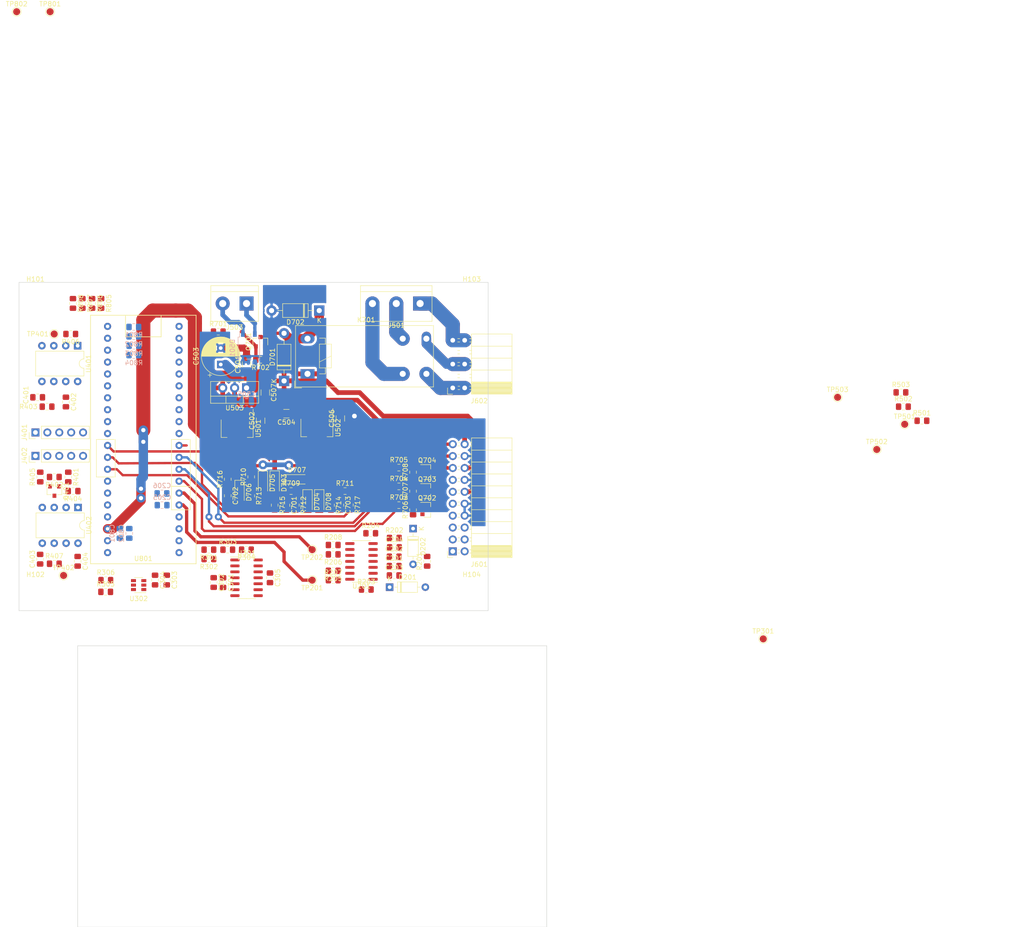
<source format=kicad_pcb>
(kicad_pcb (version 20171130) (host pcbnew 5.1.5-52549c5~86~ubuntu18.04.1)
  (layers (0 F.Cu signal) (31 B.Cu signal) (34 B.Paste user hide) (35 F.Paste user hide) (36 B.SilkS user hide) (37 F.SilkS user) (38 B.Mask user hide) (39 F.Mask user hide) (44 Edge.Cuts user))
  (net 0 "")
  (net 1 GNDA)
  (net 2 +12V)
  (net 3 "Net-(C203-Pad1)")
  (net 4 "Net-(C204-Pad1)")
  (net 5 /AnalogInputs/ADC0)
  (net 6 /AnalogInputs/ADC1)
  (net 7 GND)
  (net 8 +3V3)
  (net 9 "Net-(C305-Pad1)")
  (net 10 GNDS)
  (net 11 +3.3VP)
  (net 12 +5VP)
  (net 13 +5V)
  (net 14 "Net-(C503-Pad1)")
  (net 15 "Net-(C701-Pad1)")
  (net 16 "Net-(C702-Pad1)")
  (net 17 "Net-(C703-Pad1)")
  (net 18 "Net-(D501-Pad2)")
  (net 19 "Net-(D501-Pad1)")
  (net 20 "Net-(D701-Pad2)")
  (net 21 /UARTAislada/UARTMaster_Tx)
  (net 22 /UARTAislada/UARTMaster_Rx)
  (net 23 L_220VAC)
  (net 24 N_220VAC)
  (net 25 GNDPWR)
  (net 26 "/IOs digitales/Entrada2")
  (net 27 "/IOs digitales/Entrada1")
  (net 28 "/IOs digitales/Entrada0")
  (net 29 /Puerto/Out_Digital2)
  (net 30 /Puerto/Out_Digital1)
  (net 31 /Puerto/Out_Digital0)
  (net 32 /AnalogInputs/Analog1)
  (net 33 /AnalogOut/AnalogOut)
  (net 34 /AnalogInputs/Analog0)
  (net 35 "/IOs digitales/N_220V_Out")
  (net 36 "/IOs digitales/L_220V_Out")
  (net 37 "Net-(J801-Pad5)")
  (net 38 "Net-(J801-Pad4)")
  (net 39 "Net-(J801-Pad3)")
  (net 40 "Net-(J801-Pad2)")
  (net 41 "Net-(Q401-Pad3)")
  (net 42 "Net-(Q401-Pad2)")
  (net 43 "Net-(Q401-Pad1)")
  (net 44 "Net-(Q701-Pad1)")
  (net 45 "Net-(Q702-Pad1)")
  (net 46 "Net-(Q703-Pad1)")
  (net 47 "Net-(Q704-Pad1)")
  (net 48 "Net-(R203-Pad2)")
  (net 49 "Net-(R203-Pad1)")
  (net 50 "Net-(R204-Pad2)")
  (net 51 "Net-(R204-Pad1)")
  (net 52 "Net-(R207-Pad2)")
  (net 53 "Net-(R208-Pad2)")
  (net 54 "Net-(R301-Pad1)")
  (net 55 "Net-(R303-Pad2)")
  (net 56 /AnalogOut/SCL)
  (net 57 /AnalogOut/SDA)
  (net 58 "Net-(R406-Pad2)")
  (net 59 /UARTAislada/UARTSlave_RX)
  (net 60 "/IOs digitales/CPU_ModPower")
  (net 61 "/IOs digitales/CPU_Out0")
  (net 62 "/IOs digitales/CPU_Out1")
  (net 63 "/IOs digitales/CPU_Out2")
  (net 64 "/IOs digitales/CPU_In1")
  (net 65 "/IOs digitales/CPU_In2")
  (net 66 "/IOs digitales/CPU_In0")
  (net 67 "Net-(R801-Pad1)")
  (net 68 "Net-(R802-Pad1)")
  (net 69 "Net-(R803-Pad1)")
  (net 70 "Net-(R804-Pad1)")
  (net 71 "Net-(TP301-Pad1)")
  (net 72 /UARTAislada/UARTSlave_TX)
  (net 73 "Net-(U301-Pad8)")
  (net 74 "Net-(U301-Pad6)")
  (net 75 "Net-(U401-Pad1)")
  (net 76 "Net-(U402-Pad1)")
  (net 77 "Net-(U801-PadPA8)")
  (net 78 "Net-(U801-PadPA11)")
  (net 79 "Net-(U801-PadPA12)")
  (net 80 "Net-(U801-PadPA15)")
  (net 81 "Net-(U801-PadPB8)")
  (net 82 "Net-(U801-PadPB9)")
  (net 83 "Net-(U801-PadVBAT)")
  (net 84 "Net-(U801-PadPC13)")
  (net 85 "Net-(U801-PadPC14)")
  (net 86 "Net-(U801-PadPC15)")
  (net 87 "Net-(U801-PadPB10)")
  (net 88 "Net-(U801-PadPB11)")
  (net 89 "Net-(U801-PadNRST)")
  (net 90 +3.3VA)
  (module Capacitor_SMD:C_0805_2012Metric_Pad1.15x1.40mm_HandSolder (layer B.Cu) (at 51 94.025 270)
    (fp_text reference C802 (at 0 1.65 90) (layer B.SilkS) (effects (justify mirror)))
    (fp_text value 100nF)
    (pad 2 smd roundrect (at 1.025 0 270) (size 1.15 1.4) (layers B.Cu B.Paste B.Mask) (roundrect_rratio 0.217391) (net 7 GND))
    (pad 1 smd roundrect (at -1.025 0 270) (size 1.15 1.4) (layers B.Cu B.Paste B.Mask) (roundrect_rratio 0.217391) (net 13 +5V))
  )
  (module Capacitor_SMD:C_0805_2012Metric_Pad1.15x1.40mm_HandSolder (layer B.Cu) (at 49 94.025 270)
    (fp_text reference C801 (at 0 1.65 90) (layer B.SilkS) (effects (justify mirror)))
    (fp_text value 100nF)
    (pad 2 smd roundrect (at 1.025 0 270) (size 1.15 1.4) (layers B.Cu B.Paste B.Mask) (roundrect_rratio 0.217391) (net 7 GND))
    (pad 1 smd roundrect (at -1.025 0 270) (size 1.15 1.4) (layers B.Cu B.Paste B.Mask) (roundrect_rratio 0.217391) (net 13 +5V))
  )
  (module Connector:PinSocket_2x03_Doble_Paso_P2.54mm_Horizontal (layer F.Cu) (at 119.96 63 180)
    (fp_text reference J602 (at -5.65 -2.77) (layer F.SilkS))
    (fp_text value Conn_02x05_Odd_Even)
    (pad 1 thru_hole rect (at 0 0 180) (size 1.7 1.7) (drill 1) (layers *.Cu *.Mask) (net 36 "/IOs digitales/L_220V_Out"))
    (pad 2 thru_hole oval (at -2.54 0 180) (size 1.7 1.7) (drill 1) (layers *.Cu *.Mask) (net 36 "/IOs digitales/L_220V_Out"))
    (pad 5 thru_hole oval (at 0 5.08 180) (size 1.7 1.7) (drill 1) (layers *.Cu *.Mask) (net 35 "/IOs digitales/N_220V_Out"))
    (pad 6 thru_hole oval (at -2.54 5.08 180) (size 1.7 1.7) (drill 1) (layers *.Cu *.Mask) (net 35 "/IOs digitales/N_220V_Out"))
    (pad 9 thru_hole oval (at 0 10.16 180) (size 1.7 1.7) (drill 1) (layers *.Cu *.Mask) (net 25 GNDPWR))
    (pad 10 thru_hole oval (at -2.54 10.16 180) (size 1.7 1.7) (drill 1) (layers *.Cu *.Mask) (net 25 GNDPWR))
  )
  (module Diode_SMD:D_MiniMELF (layer F.Cu) (at 91.5 87.25 270)
    (fp_text reference D708 (at 0 -2 90) (layer F.SilkS))
    (fp_text value 1N4148W)
    (pad 2 smd rect (at 1.75 0 270) (size 1.3 1.7) (layers F.Cu F.Paste F.Mask) (net 7 GND))
    (pad 1 smd rect (at -1.75 0 270) (size 1.3 1.7) (layers F.Cu F.Paste F.Mask) (net 17 "Net-(C703-Pad1)"))
  )
  (module Diode_SMD:D_MiniMELF (layer F.Cu) (at 86.75 82.5)
    (fp_text reference D707 (at 0 -2) (layer F.SilkS))
    (fp_text value 1N4148W)
    (pad 2 smd rect (at 1.75 0) (size 1.3 1.7) (layers F.Cu F.Paste F.Mask) (net 17 "Net-(C703-Pad1)"))
    (pad 1 smd rect (at -1.75 0) (size 1.3 1.7) (layers F.Cu F.Paste F.Mask) (net 8 +3V3))
  )
  (module Diode_SMD:D_MiniMELF (layer F.Cu) (at 74.5 85.25 270)
    (fp_text reference D706 (at 0 -2 90) (layer F.SilkS))
    (fp_text value 1N4148W)
    (pad 2 smd rect (at 1.75 0 270) (size 1.3 1.7) (layers F.Cu F.Paste F.Mask) (net 7 GND))
    (pad 1 smd rect (at -1.75 0 270) (size 1.3 1.7) (layers F.Cu F.Paste F.Mask) (net 16 "Net-(C702-Pad1)"))
  )
  (module Diode_SMD:D_MiniMELF (layer F.Cu) (at 79.5 83.25 270)
    (fp_text reference D705 (at 0 -2 90) (layer F.SilkS))
    (fp_text value 1N4148W)
    (pad 2 smd rect (at 1.75 0 270) (size 1.3 1.7) (layers F.Cu F.Paste F.Mask) (net 16 "Net-(C702-Pad1)"))
    (pad 1 smd rect (at -1.75 0 270) (size 1.3 1.7) (layers F.Cu F.Paste F.Mask) (net 8 +3V3))
  )
  (module Diode_SMD:D_MiniMELF (layer F.Cu) (at 89 87.25 270)
    (fp_text reference D704 (at 0 -2 90) (layer F.SilkS))
    (fp_text value 1N4148W)
    (pad 2 smd rect (at 1.75 0 270) (size 1.3 1.7) (layers F.Cu F.Paste F.Mask) (net 7 GND))
    (pad 1 smd rect (at -1.75 0 270) (size 1.3 1.7) (layers F.Cu F.Paste F.Mask) (net 15 "Net-(C701-Pad1)"))
  )
  (module Diode_SMD:D_MiniMELF (layer F.Cu) (at 82 83.25 270)
    (fp_text reference D703 (at 0 -2 90) (layer F.SilkS))
    (fp_text value 1N4148W)
    (pad 2 smd rect (at 1.75 0 270) (size 1.3 1.7) (layers F.Cu F.Paste F.Mask) (net 15 "Net-(C701-Pad1)"))
    (pad 1 smd rect (at -1.75 0 270) (size 1.3 1.7) (layers F.Cu F.Paste F.Mask) (net 8 +3V3))
  )
  (module Resistor_SMD:R_0805_2012Metric_Pad1.15x1.40mm_HandSolder (layer F.Cu) (at 39 44.975 270)
    (fp_text reference R808 (at 0 -1.65 90) (layer F.SilkS))
    (fp_text value R)
    (pad 2 smd roundrect (at 1.025 0 270) (size 1.15 1.4) (layers F.Cu F.Paste F.Mask) (roundrect_rratio 0.217391) (net 70 "Net-(R804-Pad1)"))
    (pad 1 smd roundrect (at -1.025 0 270) (size 1.15 1.4) (layers F.Cu F.Paste F.Mask) (roundrect_rratio 0.217391) (net 90 +3.3VA))
  )
  (module Resistor_SMD:R_0805_2012Metric_Pad1.15x1.40mm_HandSolder (layer F.Cu) (at 41 44.975 270)
    (fp_text reference R807 (at 0 -1.65 90) (layer F.SilkS))
    (fp_text value R)
    (pad 2 smd roundrect (at 1.025 0 270) (size 1.15 1.4) (layers F.Cu F.Paste F.Mask) (roundrect_rratio 0.217391) (net 69 "Net-(R803-Pad1)"))
    (pad 1 smd roundrect (at -1.025 0 270) (size 1.15 1.4) (layers F.Cu F.Paste F.Mask) (roundrect_rratio 0.217391) (net 90 +3.3VA))
  )
  (module Resistor_SMD:R_0805_2012Metric_Pad1.15x1.40mm_HandSolder (layer F.Cu) (at 43.074999 44.975 270)
    (fp_text reference R806 (at 0 -1.65 90) (layer F.SilkS))
    (fp_text value R)
    (pad 2 smd roundrect (at 1.025 0 270) (size 1.15 1.4) (layers F.Cu F.Paste F.Mask) (roundrect_rratio 0.217391) (net 68 "Net-(R802-Pad1)"))
    (pad 1 smd roundrect (at -1.025 0 270) (size 1.15 1.4) (layers F.Cu F.Paste F.Mask) (roundrect_rratio 0.217391) (net 90 +3.3VA))
  )
  (module Resistor_SMD:R_0805_2012Metric_Pad1.15x1.40mm_HandSolder (layer F.Cu) (at 45 44.975 270)
    (fp_text reference R805 (at 0 -1.65 90) (layer F.SilkS))
    (fp_text value R)
    (pad 2 smd roundrect (at 1.025 0 270) (size 1.15 1.4) (layers F.Cu F.Paste F.Mask) (roundrect_rratio 0.217391) (net 67 "Net-(R801-Pad1)"))
    (pad 1 smd roundrect (at -1.025 0 270) (size 1.15 1.4) (layers F.Cu F.Paste F.Mask) (roundrect_rratio 0.217391) (net 90 +3.3VA))
  )
  (module Relay_THT:Relay_DPST_Schrack-RT2-FormA_RM5mm (layer F.Cu) (at 89 60)
    (fp_text reference K701 (at 12.5 -11.5) (layer F.SilkS))
    (fp_text value RT44xxxx)
    (pad 14 thru_hole oval (at 25.34 0 180) (size 2 3) (drill 1.3) (layers *.Cu *.Mask) (net 36 "/IOs digitales/L_220V_Out"))
    (pad 21 thru_hole oval (at 20.3 -7.5 180) (size 2 3) (drill 1.3) (layers *.Cu *.Mask) (net 24 N_220VAC))
    (pad 24 thru_hole oval (at 25.34 -7.5 180) (size 2 3) (drill 1.3) (layers *.Cu *.Mask) (net 35 "/IOs digitales/N_220V_Out"))
    (pad 11 thru_hole oval (at 20.3 0 180) (size 2 3) (drill 1.3) (layers *.Cu *.Mask) (net 23 L_220VAC))
    (pad A2 thru_hole oval (at 0 -7.5 180) (size 3 2) (drill 1.3) (layers *.Cu *.Mask) (net 20 "Net-(D701-Pad2)"))
    (pad A1 thru_hole rect (at 0 0 180) (size 3 2) (drill 1.3) (layers *.Cu *.Mask) (net 2 +12V))
  )
  (module BluePill:BLUEPILL2 (layer F.Cu) (at 54 74)
    (fp_text reference U801 (at 0 25.4) (layer F.SilkS))
    (fp_text value BP2)
    (pad PB12 thru_hole circle (at -7.62 -24.13) (size 1.524 1.524) (drill 0.762) (layers *.Cu *.Mask) (net 67 "Net-(R801-Pad1)"))
    (pad PB13 thru_hole circle (at -7.62 -21.59) (size 1.524 1.524) (drill 0.762) (layers *.Cu *.Mask) (net 68 "Net-(R802-Pad1)"))
    (pad PB14 thru_hole circle (at -7.62 -19.05) (size 1.524 1.524) (drill 0.762) (layers *.Cu *.Mask) (net 69 "Net-(R803-Pad1)"))
    (pad PB15 thru_hole circle (at -7.62 -16.51) (size 1.524 1.524) (drill 0.762) (layers *.Cu *.Mask) (net 70 "Net-(R804-Pad1)"))
    (pad PA8 thru_hole circle (at -7.62 -13.97) (size 1.524 1.524) (drill 0.762) (layers *.Cu *.Mask) (net 77 "Net-(U801-PadPA8)"))
    (pad PA9 thru_hole circle (at -7.62 -11.43) (size 1.524 1.524) (drill 0.762) (layers *.Cu *.Mask) (net 72 /UARTAislada/UARTSlave_TX))
    (pad PA10 thru_hole circle (at -7.62 -8.89) (size 1.524 1.524) (drill 0.762) (layers *.Cu *.Mask) (net 59 /UARTAislada/UARTSlave_RX))
    (pad PA11 thru_hole circle (at -7.62 -6.35) (size 1.524 1.524) (drill 0.762) (layers *.Cu *.Mask) (net 78 "Net-(U801-PadPA11)"))
    (pad PA12 thru_hole circle (at -7.62 -3.81) (size 1.524 1.524) (drill 0.762) (layers *.Cu *.Mask) (net 79 "Net-(U801-PadPA12)"))
    (pad PA15 thru_hole circle (at -7.62 -1.27) (size 1.524 1.524) (drill 0.762) (layers *.Cu *.Mask) (net 80 "Net-(U801-PadPA15)"))
    (pad PB3 thru_hole circle (at -7.62 1.27) (size 1.524 1.524) (drill 0.762) (layers *.Cu *.Mask) (net 65 "/IOs digitales/CPU_In2"))
    (pad PB4 thru_hole circle (at -7.62 3.81) (size 1.524 1.524) (drill 0.762) (layers *.Cu *.Mask) (net 64 "/IOs digitales/CPU_In1"))
    (pad PB5 thru_hole circle (at -7.62 6.35) (size 1.524 1.524) (drill 0.762) (layers *.Cu *.Mask) (net 66 "/IOs digitales/CPU_In0"))
    (pad PB6 thru_hole circle (at -7.62 8.89) (size 1.524 1.524) (drill 0.762) (layers *.Cu *.Mask) (net 56 /AnalogOut/SCL))
    (pad PB7 thru_hole circle (at -7.62 11.43) (size 1.524 1.524) (drill 0.762) (layers *.Cu *.Mask) (net 57 /AnalogOut/SDA))
    (pad PB8 thru_hole circle (at -7.62 13.97) (size 1.524 1.524) (drill 0.762) (layers *.Cu *.Mask) (net 81 "Net-(U801-PadPB8)"))
    (pad PB9 thru_hole circle (at -7.62 16.51) (size 1.524 1.524) (drill 0.762) (layers *.Cu *.Mask) (net 82 "Net-(U801-PadPB9)"))
    (pad G thru_hole circle (at -7.62 21.59) (size 1.524 1.524) (drill 0.762) (layers *.Cu *.Mask) (net 7 GND))
    (pad 3V3 thru_hole circle (at -7.62 24.13) (size 1.524 1.524) (drill 0.762) (layers *.Cu *.Mask) (net 90 +3.3VA))
    (pad VBAT thru_hole circle (at 7.62 24.13) (size 1.524 1.524) (drill 0.762) (layers *.Cu *.Mask) (net 83 "Net-(U801-PadVBAT)"))
    (pad PC13 thru_hole circle (at 7.62 21.59) (size 1.524 1.524) (drill 0.762) (layers *.Cu *.Mask) (net 84 "Net-(U801-PadPC13)"))
    (pad PC14 thru_hole circle (at 7.62 19.05) (size 1.524 1.524) (drill 0.762) (layers *.Cu *.Mask) (net 85 "Net-(U801-PadPC14)"))
    (pad PC15 thru_hole circle (at 7.62 16.51) (size 1.524 1.524) (drill 0.762) (layers *.Cu *.Mask) (net 86 "Net-(U801-PadPC15)"))
    (pad PA0 thru_hole circle (at 7.62 13.97) (size 1.524 1.524) (drill 0.762) (layers *.Cu *.Mask) (net 5 /AnalogInputs/ADC0))
    (pad PA1 thru_hole circle (at 7.62 11.43) (size 1.524 1.524) (drill 0.762) (layers *.Cu *.Mask) (net 6 /AnalogInputs/ADC1))
    (pad PA2 thru_hole circle (at 7.62 8.89) (size 1.524 1.524) (drill 0.762) (layers *.Cu *.Mask) (net 61 "/IOs digitales/CPU_Out0"))
    (pad PA3 thru_hole circle (at 7.62 6.35) (size 1.524 1.524) (drill 0.762) (layers *.Cu *.Mask) (net 62 "/IOs digitales/CPU_Out1"))
    (pad PA4 thru_hole circle (at 7.62 3.81) (size 1.524 1.524) (drill 0.762) (layers *.Cu *.Mask) (net 63 "/IOs digitales/CPU_Out2"))
    (pad PA5 thru_hole circle (at 7.62 1.27) (size 1.524 1.524) (drill 0.762) (layers *.Cu *.Mask) (net 60 "/IOs digitales/CPU_ModPower"))
    (pad PA6 thru_hole circle (at 7.62 -1.27) (size 1.524 1.524) (drill 0.762) (layers *.Cu *.Mask) (net 37 "Net-(J801-Pad5)"))
    (pad PA7 thru_hole circle (at 7.62 -3.81) (size 1.524 1.524) (drill 0.762) (layers *.Cu *.Mask) (net 38 "Net-(J801-Pad4)"))
    (pad PB0 thru_hole circle (at 7.62 -6.35) (size 1.524 1.524) (drill 0.762) (layers *.Cu *.Mask) (net 39 "Net-(J801-Pad3)"))
    (pad PB1 thru_hole circle (at 7.62 -8.89) (size 1.524 1.524) (drill 0.762) (layers *.Cu *.Mask) (net 40 "Net-(J801-Pad2)"))
    (pad PB10 thru_hole circle (at 7.62 -11.43) (size 1.524 1.524) (drill 0.762) (layers *.Cu *.Mask) (net 87 "Net-(U801-PadPB10)"))
    (pad PB11 thru_hole circle (at 7.62 -13.97) (size 1.524 1.524) (drill 0.762) (layers *.Cu *.Mask) (net 88 "Net-(U801-PadPB11)"))
    (pad NRST thru_hole circle (at 7.62 -16.51) (size 1.524 1.524) (drill 0.762) (layers *.Cu *.Mask) (net 89 "Net-(U801-PadNRST)"))
    (pad 3V3 thru_hole circle (at 7.62 -19.05) (size 1.524 1.524) (drill 0.762) (layers *.Cu *.Mask) (net 90 +3.3VA))
    (pad G thru_hole circle (at 7.62 -21.59) (size 1.524 1.524) (drill 0.762) (layers *.Cu *.Mask) (net 7 GND))
    (pad G thru_hole circle (at 7.62 -24.13) (size 1.524 1.524) (drill 0.762) (layers *.Cu *.Mask) (net 7 GND))
    (pad 5V thru_hole circle (at -7.62 19.05) (size 1.524 1.524) (drill 0.762) (layers *.Cu *.Mask) (net 13 +5V))
  )
  (module MountingHole:MountingHole_3.2mm_M3 (layer F.Cu) (at 124 107)
    (fp_text reference H104 (at 0 -4.2) (layer F.SilkS))
    (fp_text value MountingHole)
    (pad 1 np_thru_hole circle (at 0 0) (size 3.2 3.2) (drill 3.2) (layers *.Cu *.Mask))
  )
  (module MountingHole:MountingHole_3.2mm_M3 (layer F.Cu) (at 124 44)
    (fp_text reference H103 (at 0 -4.2) (layer F.SilkS))
    (fp_text value MountingHole)
    (pad 1 np_thru_hole circle (at 0 0) (size 3.2 3.2) (drill 3.2) (layers *.Cu *.Mask))
  )
  (module MountingHole:MountingHole_3.2mm_M3 (layer F.Cu) (at 31 107)
    (fp_text reference H102 (at 0 -4.2) (layer F.SilkS))
    (fp_text value MountingHole)
    (pad 1 np_thru_hole circle (at 0 0) (size 3.2 3.2) (drill 3.2) (layers *.Cu *.Mask))
  )
  (module MountingHole:MountingHole_3.2mm_M3 (layer F.Cu) (at 31 44)
    (fp_text reference H101 (at 0 -4.2) (layer F.SilkS))
    (fp_text value MountingHole)
    (pad 1 np_thru_hole circle (at 0 0) (size 3.2 3.2) (drill 3.2) (layers *.Cu *.Mask))
  )
  (module Package_TO_SOT_THT:TO-220-3_Vertical (layer F.Cu) (at 76 63 180)
    (fp_text reference U503 (at 2.54 -4.27) (layer F.SilkS))
    (fp_text value L7812)
    (pad 3 thru_hole oval (at 5.08 0 180) (size 1.905 2) (drill 1.1) (layers *.Cu *.Mask) (net 2 +12V))
    (pad 2 thru_hole oval (at 2.54 0 180) (size 1.905 2) (drill 1.1) (layers *.Cu *.Mask) (net 7 GND))
    (pad 1 thru_hole rect (at 0 0 180) (size 1.905 2) (drill 1.1) (layers *.Cu *.Mask) (net 14 "Net-(C503-Pad1)"))
  )
  (module Package_TO_SOT_SMD:SOT-223-3_TabPin2 (layer F.Cu) (at 91 71.5 270)
    (fp_text reference U502 (at 0 -4.5 90) (layer F.SilkS))
    (fp_text value AMS1117-3.3)
    (pad 1 smd rect (at -3.15 -2.3 270) (size 2 1.5) (layers F.Cu F.Paste F.Mask) (net 7 GND))
    (pad 3 smd rect (at -3.15 2.3 270) (size 2 1.5) (layers F.Cu F.Paste F.Mask) (net 13 +5V))
    (pad 2 smd rect (at -3.15 0 270) (size 2 1.5) (layers F.Cu F.Paste F.Mask) (net 8 +3V3))
    (pad 2 smd rect (at 3.15 0 270) (size 2 3.8) (layers F.Cu F.Paste F.Mask) (net 8 +3V3))
  )
  (module Package_TO_SOT_SMD:SOT-223-3_TabPin2 (layer F.Cu) (at 74 71.65 270)
    (fp_text reference U501 (at 0 -4.5 90) (layer F.SilkS))
    (fp_text value AMS1117-5.0)
    (pad 1 smd rect (at -3.15 -2.3 270) (size 2 1.5) (layers F.Cu F.Paste F.Mask) (net 7 GND))
    (pad 3 smd rect (at -3.15 2.3 270) (size 2 1.5) (layers F.Cu F.Paste F.Mask) (net 2 +12V))
    (pad 2 smd rect (at -3.15 0 270) (size 2 1.5) (layers F.Cu F.Paste F.Mask) (net 13 +5V))
    (pad 2 smd rect (at 3.15 0 270) (size 2 3.8) (layers F.Cu F.Paste F.Mask) (net 13 +5V))
  )
  (module Package_DIP:DIP-8_W7.62mm (layer F.Cu) (at 40.08 88.5 270)
    (fp_text reference U402 (at 3.81 -2.33 90) (layer F.SilkS))
    (fp_text value 6N137)
    (pad 8 thru_hole oval (at 7.62 0 270) (size 1.6 1.6) (drill 0.8) (layers *.Cu *.Mask) (net 13 +5V))
    (pad 4 thru_hole oval (at 0 7.62 270) (size 1.6 1.6) (drill 0.8) (layers *.Cu *.Mask))
    (pad 7 thru_hole oval (at 7.62 2.54 270) (size 1.6 1.6) (drill 0.8) (layers *.Cu *.Mask) (net 13 +5V))
    (pad 3 thru_hole oval (at 0 5.08 270) (size 1.6 1.6) (drill 0.8) (layers *.Cu *.Mask) (net 42 "Net-(Q401-Pad2)"))
    (pad 6 thru_hole oval (at 7.62 5.08 270) (size 1.6 1.6) (drill 0.8) (layers *.Cu *.Mask) (net 59 /UARTAislada/UARTSlave_RX))
    (pad 2 thru_hole oval (at 0 2.54 270) (size 1.6 1.6) (drill 0.8) (layers *.Cu *.Mask) (net 41 "Net-(Q401-Pad3)"))
    (pad 5 thru_hole oval (at 7.62 7.62 270) (size 1.6 1.6) (drill 0.8) (layers *.Cu *.Mask) (net 7 GND))
    (pad 1 thru_hole rect (at 0 0 270) (size 1.6 1.6) (drill 0.8) (layers *.Cu *.Mask) (net 76 "Net-(U402-Pad1)"))
  )
  (module Package_DIP:DIP-8_W7.62mm (layer F.Cu) (at 40 54 270)
    (fp_text reference U401 (at 3.81 -2.33 90) (layer F.SilkS))
    (fp_text value 6N137)
    (pad 8 thru_hole oval (at 7.62 0 270) (size 1.6 1.6) (drill 0.8) (layers *.Cu *.Mask) (net 12 +5VP))
    (pad 4 thru_hole oval (at 0 7.62 270) (size 1.6 1.6) (drill 0.8) (layers *.Cu *.Mask))
    (pad 7 thru_hole oval (at 7.62 2.54 270) (size 1.6 1.6) (drill 0.8) (layers *.Cu *.Mask) (net 12 +5VP))
    (pad 3 thru_hole oval (at 0 5.08 270) (size 1.6 1.6) (drill 0.8) (layers *.Cu *.Mask) (net 72 /UARTAislada/UARTSlave_TX))
    (pad 6 thru_hole oval (at 7.62 5.08 270) (size 1.6 1.6) (drill 0.8) (layers *.Cu *.Mask) (net 22 /UARTAislada/UARTMaster_Rx))
    (pad 2 thru_hole oval (at 0 2.54 270) (size 1.6 1.6) (drill 0.8) (layers *.Cu *.Mask) (net 58 "Net-(R406-Pad2)"))
    (pad 5 thru_hole oval (at 7.62 7.62 270) (size 1.6 1.6) (drill 0.8) (layers *.Cu *.Mask) (net 10 GNDS))
    (pad 1 thru_hole rect (at 0 0 270) (size 1.6 1.6) (drill 0.8) (layers *.Cu *.Mask) (net 75 "Net-(U401-Pad1)"))
  )
  (module Package_TO_SOT_SMD:SOT-23-6 (layer F.Cu) (at 53 105.05 180)
    (fp_text reference U302 (at 0 -2.9) (layer F.SilkS))
    (fp_text value MCP4725xxx-xCH)
    (pad 5 smd rect (at 1.1 0 180) (size 1.06 0.65) (layers F.Cu F.Paste F.Mask) (net 56 /AnalogOut/SCL))
    (pad 6 smd rect (at 1.1 -0.95 180) (size 1.06 0.65) (layers F.Cu F.Paste F.Mask) (net 7 GND))
    (pad 4 smd rect (at 1.1 0.95 180) (size 1.06 0.65) (layers F.Cu F.Paste F.Mask) (net 57 /AnalogOut/SDA))
    (pad 3 smd rect (at -1.1 0.95 180) (size 1.06 0.65) (layers F.Cu F.Paste F.Mask) (net 90 +3.3VA))
    (pad 2 smd rect (at -1.1 0 180) (size 1.06 0.65) (layers F.Cu F.Paste F.Mask) (net 7 GND))
    (pad 1 smd rect (at -1.1 -0.95 180) (size 1.06 0.65) (layers F.Cu F.Paste F.Mask) (net 71 "Net-(TP301-Pad1)"))
  )
  (module Package_SO:SOIC-14_3.9x8.7mm_P1.27mm (layer F.Cu) (at 76 103.5)
    (fp_text reference U301 (at 0 -5.28) (layer F.SilkS))
    (fp_text value LM324)
    (pad 14 smd roundrect (at 2.475 -3.81) (size 1.95 0.6) (layers F.Cu F.Paste F.Mask) (net 33 /AnalogOut/AnalogOut))
    (pad 13 smd roundrect (at 2.475 -2.54) (size 1.95 0.6) (layers F.Cu F.Paste F.Mask) (net 33 /AnalogOut/AnalogOut))
    (pad 12 smd roundrect (at 2.475 -1.27) (size 1.95 0.6) (layers F.Cu F.Paste F.Mask) (net 9 "Net-(C305-Pad1)"))
    (pad 11 smd roundrect (at 2.475 0) (size 1.95 0.6) (layers F.Cu F.Paste F.Mask) (net 1 GNDA))
    (pad 10 smd roundrect (at 2.475 1.27) (size 1.95 0.6) (layers F.Cu F.Paste F.Mask) (net 1 GNDA))
    (pad 9 smd roundrect (at 2.475 2.54) (size 1.95 0.6) (layers F.Cu F.Paste F.Mask) (net 73 "Net-(U301-Pad8)"))
    (pad 8 smd roundrect (at 2.475 3.81) (size 1.95 0.6) (layers F.Cu F.Paste F.Mask) (net 73 "Net-(U301-Pad8)"))
    (pad 7 smd roundrect (at -2.475 3.81) (size 1.95 0.6) (layers F.Cu F.Paste F.Mask) (net 74 "Net-(U301-Pad6)"))
    (pad 6 smd roundrect (at -2.475 2.54) (size 1.95 0.6) (layers F.Cu F.Paste F.Mask) (net 74 "Net-(U301-Pad6)"))
    (pad 5 smd roundrect (at -2.475 1.27) (size 1.95 0.6) (layers F.Cu F.Paste F.Mask) (net 1 GNDA))
    (pad 4 smd roundrect (at -2.475 0) (size 1.95 0.6) (layers F.Cu F.Paste F.Mask) (net 2 +12V))
    (pad 3 smd roundrect (at -2.475 -1.27) (size 1.95 0.6) (layers F.Cu F.Paste F.Mask) (net 71 "Net-(TP301-Pad1)"))
    (pad 2 smd roundrect (at -2.475 -2.54) (size 1.95 0.6) (layers F.Cu F.Paste F.Mask) (net 54 "Net-(R301-Pad1)"))
    (pad 1 smd roundrect (at -2.475 -3.81) (size 1.95 0.6) (layers F.Cu F.Paste F.Mask) (net 55 "Net-(R303-Pad2)"))
  )
  (module Package_SO:SOIC-14_3.9x8.7mm_P1.27mm (layer F.Cu) (at 100.5 100 180)
    (fp_text reference U201 (at 0 -5.28) (layer F.SilkS))
    (fp_text value LM324)
    (pad 14 smd roundrect (at 2.475 -3.81 180) (size 1.95 0.6) (layers F.Cu F.Paste F.Mask) (net 52 "Net-(R207-Pad2)"))
    (pad 13 smd roundrect (at 2.475 -2.54 180) (size 1.95 0.6) (layers F.Cu F.Paste F.Mask) (net 52 "Net-(R207-Pad2)"))
    (pad 12 smd roundrect (at 2.475 -1.27 180) (size 1.95 0.6) (layers F.Cu F.Paste F.Mask) (net 49 "Net-(R203-Pad1)"))
    (pad 11 smd roundrect (at 2.475 0 180) (size 1.95 0.6) (layers F.Cu F.Paste F.Mask) (net 1 GNDA))
    (pad 10 smd roundrect (at 2.475 1.27 180) (size 1.95 0.6) (layers F.Cu F.Paste F.Mask) (net 51 "Net-(R204-Pad1)"))
    (pad 9 smd roundrect (at 2.475 2.54 180) (size 1.95 0.6) (layers F.Cu F.Paste F.Mask) (net 53 "Net-(R208-Pad2)"))
    (pad 8 smd roundrect (at 2.475 3.81 180) (size 1.95 0.6) (layers F.Cu F.Paste F.Mask) (net 53 "Net-(R208-Pad2)"))
    (pad 7 smd roundrect (at -2.475 3.81 180) (size 1.95 0.6) (layers F.Cu F.Paste F.Mask) (net 50 "Net-(R204-Pad2)"))
    (pad 6 smd roundrect (at -2.475 2.54 180) (size 1.95 0.6) (layers F.Cu F.Paste F.Mask) (net 50 "Net-(R204-Pad2)"))
    (pad 5 smd roundrect (at -2.475 1.27 180) (size 1.95 0.6) (layers F.Cu F.Paste F.Mask) (net 4 "Net-(C204-Pad1)"))
    (pad 4 smd roundrect (at -2.475 0 180) (size 1.95 0.6) (layers F.Cu F.Paste F.Mask) (net 2 +12V))
    (pad 3 smd roundrect (at -2.475 -1.27 180) (size 1.95 0.6) (layers F.Cu F.Paste F.Mask) (net 3 "Net-(C203-Pad1)"))
    (pad 2 smd roundrect (at -2.475 -2.54 180) (size 1.95 0.6) (layers F.Cu F.Paste F.Mask) (net 48 "Net-(R203-Pad2)"))
    (pad 1 smd roundrect (at -2.475 -3.81 180) (size 1.95 0.6) (layers F.Cu F.Paste F.Mask) (net 48 "Net-(R203-Pad2)"))
  )
  (module TestPoint:TestPoint_Pad_D1.5mm (layer F.Cu) (at 27 -17.24)
    (fp_text reference TP802 (at 0 -1.648) (layer F.SilkS))
    (fp_text value TestPoint)
    (pad 1 smd circle (at 0 0) (size 1.5 1.5) (layers F.Cu F.Mask) (net 57 /AnalogOut/SDA))
  )
  (module TestPoint:TestPoint_Pad_D1.5mm (layer F.Cu) (at 34.13 -17.24)
    (fp_text reference TP801 (at 0 -1.648) (layer F.SilkS))
    (fp_text value TestPoint)
    (pad 1 smd circle (at 0 0) (size 1.5 1.5) (layers F.Cu F.Mask) (net 56 /AnalogOut/SCL))
  )
  (module TestPoint:TestPoint_Pad_D1.5mm (layer F.Cu) (at 202 65)
    (fp_text reference TP503 (at 0 -1.648) (layer F.SilkS))
    (fp_text value TestPoint)
    (pad 1 smd circle (at 0 0) (size 1.5 1.5) (layers F.Cu F.Mask) (net 2 +12V))
  )
  (module TestPoint:TestPoint_Pad_D1.5mm (layer F.Cu) (at 210.35 76.13)
    (fp_text reference TP502 (at 0 -1.648) (layer F.SilkS))
    (fp_text value TestPoint)
    (pad 1 smd circle (at 0 0) (size 1.5 1.5) (layers F.Cu F.Mask) (net 8 +3V3))
  )
  (module TestPoint:TestPoint_Pad_D1.5mm (layer F.Cu) (at 216.3 70.75)
    (fp_text reference TP501 (at 0 -1.648) (layer F.SilkS))
    (fp_text value TestPoint)
    (pad 1 smd circle (at 0 0) (size 1.5 1.5) (layers F.Cu F.Mask) (net 13 +5V))
  )
  (module TestPoint:TestPoint_Pad_D1.5mm (layer F.Cu) (at 37 103)
    (fp_text reference TP402 (at 0 -1.648) (layer F.SilkS))
    (fp_text value TestPoint)
    (pad 1 smd circle (at 0 0) (size 1.5 1.5) (layers F.Cu F.Mask) (net 59 /UARTAislada/UARTSlave_RX))
  )
  (module TestPoint:TestPoint_Pad_D1.5mm (layer F.Cu) (at 35 51.5 180)
    (fp_text reference TP401 (at 3.5 0) (layer F.SilkS))
    (fp_text value TestPoint)
    (pad 1 smd circle (at 0 0 180) (size 1.5 1.5) (layers F.Cu F.Mask) (net 72 /UARTAislada/UARTSlave_TX))
  )
  (module TestPoint:TestPoint_Pad_D1.5mm (layer F.Cu) (at 186.15 116.53)
    (fp_text reference TP301 (at 0 -1.648) (layer F.SilkS))
    (fp_text value TestPoint)
    (pad 1 smd circle (at 0 0) (size 1.5 1.5) (layers F.Cu F.Mask) (net 71 "Net-(TP301-Pad1)"))
  )
  (module TestPoint:TestPoint_Pad_D1.5mm (layer F.Cu) (at 90 97.5 180)
    (fp_text reference TP202 (at 0 -1.648) (layer F.SilkS))
    (fp_text value TestPoint)
    (pad 1 smd circle (at 0 0 180) (size 1.5 1.5) (layers F.Cu F.Mask) (net 6 /AnalogInputs/ADC1))
  )
  (module TestPoint:TestPoint_Pad_D1.5mm (layer F.Cu) (at 90 104 180)
    (fp_text reference TP201 (at 0 -1.648) (layer F.SilkS))
    (fp_text value TestPoint)
    (pad 1 smd circle (at 0 0 180) (size 1.5 1.5) (layers F.Cu F.Mask) (net 5 /AnalogInputs/ADC0))
  )
  (module Resistor_SMD:R_0805_2012Metric_Pad1.15x1.40mm_HandSolder (layer B.Cu) (at 51.975 56)
    (fp_text reference R804 (at 0 1.65) (layer B.SilkS) (effects (justify mirror)))
    (fp_text value R)
    (pad 2 smd roundrect (at 1.025 0) (size 1.15 1.4) (layers B.Cu B.Paste B.Mask) (roundrect_rratio 0.217391) (net 7 GND))
    (pad 1 smd roundrect (at -1.025 0) (size 1.15 1.4) (layers B.Cu B.Paste B.Mask) (roundrect_rratio 0.217391) (net 70 "Net-(R804-Pad1)"))
  )
  (module Resistor_SMD:R_0805_2012Metric_Pad1.15x1.40mm_HandSolder (layer B.Cu) (at 52 54)
    (fp_text reference R803 (at 0 1.65) (layer B.SilkS) (effects (justify mirror)))
    (fp_text value R)
    (pad 2 smd roundrect (at 1.025 0) (size 1.15 1.4) (layers B.Cu B.Paste B.Mask) (roundrect_rratio 0.217391) (net 7 GND))
    (pad 1 smd roundrect (at -1.025 0) (size 1.15 1.4) (layers B.Cu B.Paste B.Mask) (roundrect_rratio 0.217391) (net 69 "Net-(R803-Pad1)"))
  )
  (module Resistor_SMD:R_0805_2012Metric_Pad1.15x1.40mm_HandSolder (layer B.Cu) (at 51.975 52)
    (fp_text reference R802 (at 0 1.65) (layer B.SilkS) (effects (justify mirror)))
    (fp_text value R)
    (pad 2 smd roundrect (at 1.025 0) (size 1.15 1.4) (layers B.Cu B.Paste B.Mask) (roundrect_rratio 0.217391) (net 7 GND))
    (pad 1 smd roundrect (at -1.025 0) (size 1.15 1.4) (layers B.Cu B.Paste B.Mask) (roundrect_rratio 0.217391) (net 68 "Net-(R802-Pad1)"))
  )
  (module Resistor_SMD:R_0805_2012Metric_Pad1.15x1.40mm_HandSolder (layer B.Cu) (at 51.975 50)
    (fp_text reference R801 (at 0 1.65) (layer B.SilkS) (effects (justify mirror)))
    (fp_text value R)
    (pad 2 smd roundrect (at 1.025 0) (size 1.15 1.4) (layers B.Cu B.Paste B.Mask) (roundrect_rratio 0.217391) (net 7 GND))
    (pad 1 smd roundrect (at -1.025 0) (size 1.15 1.4) (layers B.Cu B.Paste B.Mask) (roundrect_rratio 0.217391) (net 67 "Net-(R801-Pad1)"))
  )
  (module Resistor_SMD:R_0805_2012Metric_Pad1.15x1.40mm_HandSolder (layer F.Cu) (at 98.025 87.975 270)
    (fp_text reference R717 (at 0 -1.65 90) (layer F.SilkS))
    (fp_text value 470)
    (pad 2 smd roundrect (at 1.025 0 270) (size 1.15 1.4) (layers F.Cu F.Paste F.Mask) (roundrect_rratio 0.217391) (net 66 "/IOs digitales/CPU_In0"))
    (pad 1 smd roundrect (at -1.025 0 270) (size 1.15 1.4) (layers F.Cu F.Paste F.Mask) (roundrect_rratio 0.217391) (net 17 "Net-(C703-Pad1)"))
  )
  (module Resistor_SMD:R_0805_2012Metric_Pad1.15x1.40mm_HandSolder (layer F.Cu) (at 72 82.475 90)
    (fp_text reference R716 (at 0 -1.65 90) (layer F.SilkS))
    (fp_text value 470)
    (pad 2 smd roundrect (at 1.025 0 90) (size 1.15 1.4) (layers F.Cu F.Paste F.Mask) (roundrect_rratio 0.217391) (net 65 "/IOs digitales/CPU_In2"))
    (pad 1 smd roundrect (at -1.025 0 90) (size 1.15 1.4) (layers F.Cu F.Paste F.Mask) (roundrect_rratio 0.217391) (net 16 "Net-(C702-Pad1)"))
  )
  (module Resistor_SMD:R_0805_2012Metric_Pad1.15x1.40mm_HandSolder (layer F.Cu) (at 82 88 270)
    (fp_text reference R715 (at 0 -1.65 90) (layer F.SilkS))
    (fp_text value 470)
    (pad 2 smd roundrect (at 1.025 0 270) (size 1.15 1.4) (layers F.Cu F.Paste F.Mask) (roundrect_rratio 0.217391) (net 64 "/IOs digitales/CPU_In1"))
    (pad 1 smd roundrect (at -1.025 0 270) (size 1.15 1.4) (layers F.Cu F.Paste F.Mask) (roundrect_rratio 0.217391) (net 15 "Net-(C701-Pad1)"))
  )
  (module Resistor_SMD:R_0805_2012Metric_Pad1.15x1.40mm_HandSolder (layer F.Cu) (at 94 88.025 270)
    (fp_text reference R714 (at 0 -1.65 90) (layer F.SilkS))
    (fp_text value 1M)
    (pad 2 smd roundrect (at 1.025 0 270) (size 1.15 1.4) (layers F.Cu F.Paste F.Mask) (roundrect_rratio 0.217391) (net 7 GND))
    (pad 1 smd roundrect (at -1.025 0 270) (size 1.15 1.4) (layers F.Cu F.Paste F.Mask) (roundrect_rratio 0.217391) (net 17 "Net-(C703-Pad1)"))
  )
  (module Resistor_SMD:R_0805_2012Metric_Pad1.15x1.40mm_HandSolder (layer F.Cu) (at 77 86.025 270)
    (fp_text reference R713 (at 0 -1.65 90) (layer F.SilkS))
    (fp_text value 1M)
    (pad 2 smd roundrect (at 1.025 0 270) (size 1.15 1.4) (layers F.Cu F.Paste F.Mask) (roundrect_rratio 0.217391) (net 7 GND))
    (pad 1 smd roundrect (at -1.025 0 270) (size 1.15 1.4) (layers F.Cu F.Paste F.Mask) (roundrect_rratio 0.217391) (net 16 "Net-(C702-Pad1)"))
  )
  (module Resistor_SMD:R_0805_2012Metric_Pad1.15x1.40mm_HandSolder (layer F.Cu) (at 86.5 88 270)
    (fp_text reference R712 (at 0 -1.65 90) (layer F.SilkS))
    (fp_text value 1M)
    (pad 2 smd roundrect (at 1.025 0 270) (size 1.15 1.4) (layers F.Cu F.Paste F.Mask) (roundrect_rratio 0.217391) (net 7 GND))
    (pad 1 smd roundrect (at -1.025 0 270) (size 1.15 1.4) (layers F.Cu F.Paste F.Mask) (roundrect_rratio 0.217391) (net 15 "Net-(C701-Pad1)"))
  )
  (module Resistor_SMD:R_0805_2012Metric_Pad1.15x1.40mm_HandSolder (layer F.Cu) (at 97 85)
    (fp_text reference R711 (at 0 -1.65) (layer F.SilkS))
    (fp_text value 10k)
    (pad 2 smd roundrect (at 1.025 0) (size 1.15 1.4) (layers F.Cu F.Paste F.Mask) (roundrect_rratio 0.217391) (net 28 "/IOs digitales/Entrada0"))
    (pad 1 smd roundrect (at -1.025 0) (size 1.15 1.4) (layers F.Cu F.Paste F.Mask) (roundrect_rratio 0.217391) (net 17 "Net-(C703-Pad1)"))
  )
  (module Resistor_SMD:R_0805_2012Metric_Pad1.15x1.40mm_HandSolder (layer F.Cu) (at 77 81.975 90)
    (fp_text reference R710 (at 0 -1.65 90) (layer F.SilkS))
    (fp_text value 10k)
    (pad 2 smd roundrect (at 1.025 0 90) (size 1.15 1.4) (layers F.Cu F.Paste F.Mask) (roundrect_rratio 0.217391) (net 26 "/IOs digitales/Entrada2"))
    (pad 1 smd roundrect (at -1.025 0 90) (size 1.15 1.4) (layers F.Cu F.Paste F.Mask) (roundrect_rratio 0.217391) (net 16 "Net-(C702-Pad1)"))
  )
  (module Resistor_SMD:R_0805_2012Metric_Pad1.15x1.40mm_HandSolder (layer F.Cu) (at 85.5 85)
    (fp_text reference R709 (at 0 -1.65) (layer F.SilkS))
    (fp_text value 10k)
    (pad 2 smd roundrect (at 1.025 0) (size 1.15 1.4) (layers F.Cu F.Paste F.Mask) (roundrect_rratio 0.217391) (net 27 "/IOs digitales/Entrada1"))
    (pad 1 smd roundrect (at -1.025 0) (size 1.15 1.4) (layers F.Cu F.Paste F.Mask) (roundrect_rratio 0.217391) (net 15 "Net-(C701-Pad1)"))
  )
  (module Resistor_SMD:R_0805_2012Metric_Pad1.15x1.40mm_HandSolder (layer F.Cu) (at 111.5 80.975 90)
    (fp_text reference R708 (at 0 -1.65 90) (layer F.SilkS))
    (fp_text value "330 k")
    (pad 2 smd roundrect (at 1.025 0 90) (size 1.15 1.4) (layers F.Cu F.Paste F.Mask) (roundrect_rratio 0.217391) (net 47 "Net-(Q704-Pad1)"))
    (pad 1 smd roundrect (at -1.025 0 90) (size 1.15 1.4) (layers F.Cu F.Paste F.Mask) (roundrect_rratio 0.217391) (net 7 GND))
  )
  (module Resistor_SMD:R_0805_2012Metric_Pad1.15x1.40mm_HandSolder (layer F.Cu) (at 111.5 85.025 90)
    (fp_text reference R707 (at 0 -1.65 90) (layer F.SilkS))
    (fp_text value "330 k")
    (pad 2 smd roundrect (at 1.025 0 90) (size 1.15 1.4) (layers F.Cu F.Paste F.Mask) (roundrect_rratio 0.217391) (net 46 "Net-(Q703-Pad1)"))
    (pad 1 smd roundrect (at -1.025 0 90) (size 1.15 1.4) (layers F.Cu F.Paste F.Mask) (roundrect_rratio 0.217391) (net 7 GND))
  )
  (module Resistor_SMD:R_0805_2012Metric_Pad1.15x1.40mm_HandSolder (layer F.Cu) (at 111.5 89.025 90)
    (fp_text reference R706 (at 0 -1.65 90) (layer F.SilkS))
    (fp_text value "330 k")
    (pad 2 smd roundrect (at 1.025 0 90) (size 1.15 1.4) (layers F.Cu F.Paste F.Mask) (roundrect_rratio 0.217391) (net 45 "Net-(Q702-Pad1)"))
    (pad 1 smd roundrect (at -1.025 0 90) (size 1.15 1.4) (layers F.Cu F.Paste F.Mask) (roundrect_rratio 0.217391) (net 7 GND))
  )
  (module Resistor_SMD:R_0805_2012Metric_Pad1.15x1.40mm_HandSolder (layer F.Cu) (at 108.475 80)
    (fp_text reference R705 (at 0 -1.65) (layer F.SilkS))
    (fp_text value 10k)
    (pad 2 smd roundrect (at 1.025 0) (size 1.15 1.4) (layers F.Cu F.Paste F.Mask) (roundrect_rratio 0.217391) (net 47 "Net-(Q704-Pad1)"))
    (pad 1 smd roundrect (at -1.025 0) (size 1.15 1.4) (layers F.Cu F.Paste F.Mask) (roundrect_rratio 0.217391) (net 63 "/IOs digitales/CPU_Out2"))
  )
  (module Resistor_SMD:R_0805_2012Metric_Pad1.15x1.40mm_HandSolder (layer F.Cu) (at 108.475 84)
    (fp_text reference R704 (at 0 -1.65) (layer F.SilkS))
    (fp_text value 10k)
    (pad 2 smd roundrect (at 1.025 0) (size 1.15 1.4) (layers F.Cu F.Paste F.Mask) (roundrect_rratio 0.217391) (net 46 "Net-(Q703-Pad1)"))
    (pad 1 smd roundrect (at -1.025 0) (size 1.15 1.4) (layers F.Cu F.Paste F.Mask) (roundrect_rratio 0.217391) (net 62 "/IOs digitales/CPU_Out1"))
  )
  (module Resistor_SMD:R_0805_2012Metric_Pad1.15x1.40mm_HandSolder (layer F.Cu) (at 108.475 88)
    (fp_text reference R703 (at 0 -1.65) (layer F.SilkS))
    (fp_text value 10k)
    (pad 2 smd roundrect (at 1.025 0) (size 1.15 1.4) (layers F.Cu F.Paste F.Mask) (roundrect_rratio 0.217391) (net 45 "Net-(Q702-Pad1)"))
    (pad 1 smd roundrect (at -1.025 0) (size 1.15 1.4) (layers F.Cu F.Paste F.Mask) (roundrect_rratio 0.217391) (net 61 "/IOs digitales/CPU_Out0"))
  )
  (module Resistor_SMD:R_0805_2012Metric_Pad1.15x1.40mm_HandSolder (layer F.Cu) (at 79 57 180)
    (fp_text reference R702 (at 0 -1.65) (layer F.SilkS))
    (fp_text value "330 k")
    (pad 2 smd roundrect (at 1.025 0 180) (size 1.15 1.4) (layers F.Cu F.Paste F.Mask) (roundrect_rratio 0.217391) (net 44 "Net-(Q701-Pad1)"))
    (pad 1 smd roundrect (at -1.025 0 180) (size 1.15 1.4) (layers F.Cu F.Paste F.Mask) (roundrect_rratio 0.217391) (net 7 GND))
  )
  (module Resistor_SMD:R_0805_2012Metric_Pad1.15x1.40mm_HandSolder (layer F.Cu) (at 69.975 51)
    (fp_text reference R701 (at 0 -1.65) (layer F.SilkS))
    (fp_text value 10k)
    (pad 2 smd roundrect (at 1.025 0) (size 1.15 1.4) (layers F.Cu F.Paste F.Mask) (roundrect_rratio 0.217391) (net 44 "Net-(Q701-Pad1)"))
    (pad 1 smd roundrect (at -1.025 0) (size 1.15 1.4) (layers F.Cu F.Paste F.Mask) (roundrect_rratio 0.217391) (net 60 "/IOs digitales/CPU_ModPower"))
  )
  (module Resistor_SMD:R_0805_2012Metric_Pad1.15x1.40mm_HandSolder (layer F.Cu) (at 215.5 63.95)
    (fp_text reference R503 (at 0 -1.65) (layer F.SilkS))
    (fp_text value 1)
    (pad 2 smd roundrect (at 1.025 0) (size 1.15 1.4) (layers F.Cu F.Paste F.Mask) (roundrect_rratio 0.217391) (net 7 GND))
    (pad 1 smd roundrect (at -1.025 0) (size 1.15 1.4) (layers F.Cu F.Paste F.Mask) (roundrect_rratio 0.217391) (net 1 GNDA))
  )
  (module Resistor_SMD:R_0805_2012Metric_Pad1.15x1.40mm_HandSolder (layer F.Cu) (at 216.025 67)
    (fp_text reference R502 (at 0 -1.65) (layer F.SilkS))
    (fp_text value 1)
    (pad 2 smd roundrect (at 1.025 0) (size 1.15 1.4) (layers F.Cu F.Paste F.Mask) (roundrect_rratio 0.217391) (net 7 GND))
    (pad 1 smd roundrect (at -1.025 0) (size 1.15 1.4) (layers F.Cu F.Paste F.Mask) (roundrect_rratio 0.217391) (net 1 GNDA))
  )
  (module Resistor_SMD:R_0805_2012Metric_Pad1.15x1.40mm_HandSolder (layer F.Cu) (at 219.975 70)
    (fp_text reference R501 (at 0 -1.65) (layer F.SilkS))
    (fp_text value 1)
    (pad 2 smd roundrect (at 1.025 0) (size 1.15 1.4) (layers F.Cu F.Paste F.Mask) (roundrect_rratio 0.217391) (net 7 GND))
    (pad 1 smd roundrect (at -1.025 0) (size 1.15 1.4) (layers F.Cu F.Paste F.Mask) (roundrect_rratio 0.217391) (net 1 GNDA))
  )
  (module Resistor_SMD:R_0805_2012Metric_Pad1.15x1.40mm_HandSolder (layer F.Cu) (at 35.025 100.5)
    (fp_text reference R407 (at 0 -1.65) (layer F.SilkS))
    (fp_text value 1k)
    (pad 2 smd roundrect (at 1.025 0) (size 1.15 1.4) (layers F.Cu F.Paste F.Mask) (roundrect_rratio 0.217391) (net 59 /UARTAislada/UARTSlave_RX))
    (pad 1 smd roundrect (at -1.025 0) (size 1.15 1.4) (layers F.Cu F.Paste F.Mask) (roundrect_rratio 0.217391) (net 90 +3.3VA))
  )
  (module Resistor_SMD:R_0805_2012Metric_Pad1.15x1.40mm_HandSolder (layer F.Cu) (at 38.525 51.5 180)
    (fp_text reference R406 (at 0 -1.65) (layer F.SilkS))
    (fp_text value 1k)
    (pad 2 smd roundrect (at 1.025 0 180) (size 1.15 1.4) (layers F.Cu F.Paste F.Mask) (roundrect_rratio 0.217391) (net 58 "Net-(R406-Pad2)"))
    (pad 1 smd roundrect (at -1.025 0 180) (size 1.15 1.4) (layers F.Cu F.Paste F.Mask) (roundrect_rratio 0.217391) (net 90 +3.3VA))
  )
  (module Resistor_SMD:R_0805_2012Metric_Pad1.15x1.40mm_HandSolder (layer F.Cu) (at 32.025 82 90)
    (fp_text reference R405 (at 0 -1.65 90) (layer F.SilkS))
    (fp_text value 0)
    (pad 2 smd roundrect (at 1.025 0 90) (size 1.15 1.4) (layers F.Cu F.Paste F.Mask) (roundrect_rratio 0.217391) (net 10 GNDS))
    (pad 1 smd roundrect (at -1.025 0 90) (size 1.15 1.4) (layers F.Cu F.Paste F.Mask) (roundrect_rratio 0.217391) (net 42 "Net-(Q401-Pad2)"))
  )
  (module Resistor_SMD:R_0805_2012Metric_Pad1.15x1.40mm_HandSolder (layer F.Cu) (at 39.025 85 180)
    (fp_text reference R404 (at 0 -1.65) (layer F.SilkS))
    (fp_text value 1k)
    (pad 2 smd roundrect (at 1.025 0 180) (size 1.15 1.4) (layers F.Cu F.Paste F.Mask) (roundrect_rratio 0.217391) (net 41 "Net-(Q401-Pad3)"))
    (pad 1 smd roundrect (at -1.025 0 180) (size 1.15 1.4) (layers F.Cu F.Paste F.Mask) (roundrect_rratio 0.217391) (net 11 +3.3VP))
  )
  (module Resistor_SMD:R_0805_2012Metric_Pad1.15x1.40mm_HandSolder (layer F.Cu) (at 33.475 67)
    (fp_text reference R403 (at -3.975 0) (layer F.SilkS))
    (fp_text value 1k)
    (pad 2 smd roundrect (at 1.025 0) (size 1.15 1.4) (layers F.Cu F.Paste F.Mask) (roundrect_rratio 0.217391) (net 22 /UARTAislada/UARTMaster_Rx))
    (pad 1 smd roundrect (at -1.025 0) (size 1.15 1.4) (layers F.Cu F.Paste F.Mask) (roundrect_rratio 0.217391) (net 11 +3.3VP))
  )
  (module Resistor_SMD:R_0805_2012Metric_Pad1.15x1.40mm_HandSolder (layer F.Cu) (at 35.025 82 180)
    (fp_text reference R402 (at 0 -1.65) (layer F.SilkS))
    (fp_text value "330 k")
    (pad 2 smd roundrect (at 1.025 0 180) (size 1.15 1.4) (layers F.Cu F.Paste F.Mask) (roundrect_rratio 0.217391) (net 42 "Net-(Q401-Pad2)"))
    (pad 1 smd roundrect (at -1.025 0 180) (size 1.15 1.4) (layers F.Cu F.Paste F.Mask) (roundrect_rratio 0.217391) (net 43 "Net-(Q401-Pad1)"))
  )
  (module Resistor_SMD:R_0805_2012Metric_Pad1.15x1.40mm_HandSolder (layer F.Cu) (at 38 82 270)
    (fp_text reference R401 (at 0 -1.65 90) (layer F.SilkS))
    (fp_text value 10k)
    (pad 2 smd roundrect (at 1.025 0 270) (size 1.15 1.4) (layers F.Cu F.Paste F.Mask) (roundrect_rratio 0.217391) (net 43 "Net-(Q401-Pad1)"))
    (pad 1 smd roundrect (at -1.025 0 270) (size 1.15 1.4) (layers F.Cu F.Paste F.Mask) (roundrect_rratio 0.217391) (net 21 /UARTAislada/UARTMaster_Tx))
  )
  (module Resistor_SMD:R_0805_2012Metric_Pad1.15x1.40mm_HandSolder (layer F.Cu) (at 46 104)
    (fp_text reference R306 (at 0 -1.65) (layer F.SilkS))
    (fp_text value 4.7k)
    (pad 2 smd roundrect (at 1.025 0) (size 1.15 1.4) (layers F.Cu F.Paste F.Mask) (roundrect_rratio 0.217391) (net 57 /AnalogOut/SDA))
    (pad 1 smd roundrect (at -1.025 0) (size 1.15 1.4) (layers F.Cu F.Paste F.Mask) (roundrect_rratio 0.217391) (net 90 +3.3VA))
  )
  (module Resistor_SMD:R_0805_2012Metric_Pad1.15x1.40mm_HandSolder (layer F.Cu) (at 45.975 106.5)
    (fp_text reference R305 (at 0 -1.65) (layer F.SilkS))
    (fp_text value 4.7k)
    (pad 2 smd roundrect (at 1.025 0) (size 1.15 1.4) (layers F.Cu F.Paste F.Mask) (roundrect_rratio 0.217391) (net 56 /AnalogOut/SCL))
    (pad 1 smd roundrect (at -1.025 0) (size 1.15 1.4) (layers F.Cu F.Paste F.Mask) (roundrect_rratio 0.217391) (net 90 +3.3VA))
  )
  (module Resistor_SMD:R_0805_2012Metric_Pad1.15x1.40mm_HandSolder (layer F.Cu) (at 75.975 97.5 180)
    (fp_text reference R304 (at 0 -1.65) (layer F.SilkS))
    (fp_text value 22k)
    (pad 2 smd roundrect (at 1.025 0 180) (size 1.15 1.4) (layers F.Cu F.Paste F.Mask) (roundrect_rratio 0.217391) (net 55 "Net-(R303-Pad2)"))
    (pad 1 smd roundrect (at -1.025 0 180) (size 1.15 1.4) (layers F.Cu F.Paste F.Mask) (roundrect_rratio 0.217391) (net 9 "Net-(C305-Pad1)"))
  )
  (module Resistor_SMD:R_0805_2012Metric_Pad1.15x1.40mm_HandSolder (layer F.Cu) (at 72 97.5)
    (fp_text reference R303 (at 0 -1.65) (layer F.SilkS))
    (fp_text value 22k)
    (pad 2 smd roundrect (at 1.025 0) (size 1.15 1.4) (layers F.Cu F.Paste F.Mask) (roundrect_rratio 0.217391) (net 55 "Net-(R303-Pad2)"))
    (pad 1 smd roundrect (at -1.025 0) (size 1.15 1.4) (layers F.Cu F.Paste F.Mask) (roundrect_rratio 0.217391) (net 54 "Net-(R301-Pad1)"))
  )
  (module Resistor_SMD:R_0805_2012Metric_Pad1.15x1.40mm_HandSolder (layer F.Cu) (at 67.975 99.5 180)
    (fp_text reference R302 (at 0 -1.65) (layer F.SilkS))
    (fp_text value 22k)
    (pad 2 smd roundrect (at 1.025 0 180) (size 1.15 1.4) (layers F.Cu F.Paste F.Mask) (roundrect_rratio 0.217391) (net 1 GNDA))
    (pad 1 smd roundrect (at -1.025 0 180) (size 1.15 1.4) (layers F.Cu F.Paste F.Mask) (roundrect_rratio 0.217391) (net 54 "Net-(R301-Pad1)"))
  )
  (module Resistor_SMD:R_0805_2012Metric_Pad1.15x1.40mm_HandSolder (layer F.Cu) (at 67.975 97.5 180)
    (fp_text reference R301 (at 0 -1.65) (layer F.SilkS))
    (fp_text value 22k)
    (pad 2 smd roundrect (at 1.025 0 180) (size 1.15 1.4) (layers F.Cu F.Paste F.Mask) (roundrect_rratio 0.217391) (net 1 GNDA))
    (pad 1 smd roundrect (at -1.025 0 180) (size 1.15 1.4) (layers F.Cu F.Paste F.Mask) (roundrect_rratio 0.217391) (net 54 "Net-(R301-Pad1)"))
  )
  (module Resistor_SMD:R_0805_2012Metric_Pad1.15x1.40mm_HandSolder (layer F.Cu) (at 94.475 96.5)
    (fp_text reference R208 (at 0 -1.65) (layer F.SilkS))
    (fp_text value 10k)
    (pad 2 smd roundrect (at 1.025 0) (size 1.15 1.4) (layers F.Cu F.Paste F.Mask) (roundrect_rratio 0.217391) (net 53 "Net-(R208-Pad2)"))
    (pad 1 smd roundrect (at -1.025 0) (size 1.15 1.4) (layers F.Cu F.Paste F.Mask) (roundrect_rratio 0.217391) (net 6 /AnalogInputs/ADC1))
  )
  (module Resistor_SMD:R_0805_2012Metric_Pad1.15x1.40mm_HandSolder (layer F.Cu) (at 94.475 104)
    (fp_text reference R207 (at 0 -1.65) (layer F.SilkS))
    (fp_text value 10k)
    (pad 2 smd roundrect (at 1.025 0) (size 1.15 1.4) (layers F.Cu F.Paste F.Mask) (roundrect_rratio 0.217391) (net 52 "Net-(R207-Pad2)"))
    (pad 1 smd roundrect (at -1.025 0) (size 1.15 1.4) (layers F.Cu F.Paste F.Mask) (roundrect_rratio 0.217391) (net 5 /AnalogInputs/ADC0))
  )
  (module Resistor_SMD:R_0805_2012Metric_Pad1.15x1.40mm_HandSolder (layer F.Cu) (at 94.475 98.5 180)
    (fp_text reference R206 (at 0 -1.65) (layer F.SilkS))
    (fp_text value 10k)
    (pad 2 smd roundrect (at 1.025 0 180) (size 1.15 1.4) (layers F.Cu F.Paste F.Mask) (roundrect_rratio 0.217391) (net 1 GNDA))
    (pad 1 smd roundrect (at -1.025 0 180) (size 1.15 1.4) (layers F.Cu F.Paste F.Mask) (roundrect_rratio 0.217391) (net 51 "Net-(R204-Pad1)"))
  )
  (module Resistor_SMD:R_0805_2012Metric_Pad1.15x1.40mm_HandSolder (layer F.Cu) (at 94.475 102 180)
    (fp_text reference R205 (at 0 -1.65) (layer F.SilkS))
    (fp_text value 10k)
    (pad 2 smd roundrect (at 1.025 0 180) (size 1.15 1.4) (layers F.Cu F.Paste F.Mask) (roundrect_rratio 0.217391) (net 1 GNDA))
    (pad 1 smd roundrect (at -1.025 0 180) (size 1.15 1.4) (layers F.Cu F.Paste F.Mask) (roundrect_rratio 0.217391) (net 49 "Net-(R203-Pad1)"))
  )
  (module Resistor_SMD:R_0805_2012Metric_Pad1.15x1.40mm_HandSolder (layer F.Cu) (at 102.475 94)
    (fp_text reference R204 (at 0 -1.65) (layer F.SilkS))
    (fp_text value 22k)
    (pad 2 smd roundrect (at 1.025 0) (size 1.15 1.4) (layers F.Cu F.Paste F.Mask) (roundrect_rratio 0.217391) (net 50 "Net-(R204-Pad2)"))
    (pad 1 smd roundrect (at -1.025 0) (size 1.15 1.4) (layers F.Cu F.Paste F.Mask) (roundrect_rratio 0.217391) (net 51 "Net-(R204-Pad1)"))
  )
  (module Resistor_SMD:R_0805_2012Metric_Pad1.15x1.40mm_HandSolder (layer F.Cu) (at 101.525 106)
    (fp_text reference R203 (at 0 -1.65) (layer F.SilkS))
    (fp_text value 22k)
    (pad 2 smd roundrect (at 1.025 0) (size 1.15 1.4) (layers F.Cu F.Paste F.Mask) (roundrect_rratio 0.217391) (net 48 "Net-(R203-Pad2)"))
    (pad 1 smd roundrect (at -1.025 0) (size 1.15 1.4) (layers F.Cu F.Paste F.Mask) (roundrect_rratio 0.217391) (net 49 "Net-(R203-Pad1)"))
  )
  (module Resistor_SMD:R_0805_2012Metric_Pad1.15x1.40mm_HandSolder (layer F.Cu) (at 107.5 95)
    (fp_text reference R202 (at 0 -1.65) (layer F.SilkS))
    (fp_text value 5k6)
    (pad 2 smd roundrect (at 1.025 0) (size 1.15 1.4) (layers F.Cu F.Paste F.Mask) (roundrect_rratio 0.217391) (net 32 /AnalogInputs/Analog1))
    (pad 1 smd roundrect (at -1.025 0) (size 1.15 1.4) (layers F.Cu F.Paste F.Mask) (roundrect_rratio 0.217391) (net 4 "Net-(C204-Pad1)"))
  )
  (module Resistor_SMD:R_0805_2012Metric_Pad1.15x1.40mm_HandSolder (layer F.Cu) (at 114.5 99.975 90)
    (fp_text reference R201 (at 0 -1.65 90) (layer F.SilkS))
    (fp_text value 5k6)
    (pad 2 smd roundrect (at 1.025 0 90) (size 1.15 1.4) (layers F.Cu F.Paste F.Mask) (roundrect_rratio 0.217391) (net 34 /AnalogInputs/Analog0))
    (pad 1 smd roundrect (at -1.025 0 90) (size 1.15 1.4) (layers F.Cu F.Paste F.Mask) (roundrect_rratio 0.217391) (net 3 "Net-(C203-Pad1)"))
  )
  (module Package_TO_SOT_SMD:SOT-23 (layer F.Cu) (at 114.5 80.95)
    (fp_text reference Q704 (at 0 -2.5) (layer F.SilkS))
    (fp_text value 2N7002)
    (pad 3 smd rect (at 1 0) (size 0.9 0.8) (layers F.Cu F.Paste F.Mask) (net 29 /Puerto/Out_Digital2))
    (pad 2 smd rect (at -1 0.95) (size 0.9 0.8) (layers F.Cu F.Paste F.Mask) (net 7 GND))
    (pad 1 smd rect (at -1 -0.95) (size 0.9 0.8) (layers F.Cu F.Paste F.Mask) (net 47 "Net-(Q704-Pad1)"))
  )
  (module Package_TO_SOT_SMD:SOT-23 (layer F.Cu) (at 114.5 85)
    (fp_text reference Q703 (at 0 -2.5) (layer F.SilkS))
    (fp_text value 2N7002)
    (pad 3 smd rect (at 1 0) (size 0.9 0.8) (layers F.Cu F.Paste F.Mask) (net 30 /Puerto/Out_Digital1))
    (pad 2 smd rect (at -1 0.95) (size 0.9 0.8) (layers F.Cu F.Paste F.Mask) (net 7 GND))
    (pad 1 smd rect (at -1 -0.95) (size 0.9 0.8) (layers F.Cu F.Paste F.Mask) (net 46 "Net-(Q703-Pad1)"))
  )
  (module Package_TO_SOT_SMD:SOT-23 (layer F.Cu) (at 114.5 89)
    (fp_text reference Q702 (at 0 -2.5) (layer F.SilkS))
    (fp_text value 2N7002)
    (pad 3 smd rect (at 1 0) (size 0.9 0.8) (layers F.Cu F.Paste F.Mask) (net 31 /Puerto/Out_Digital0))
    (pad 2 smd rect (at -1 0.95) (size 0.9 0.8) (layers F.Cu F.Paste F.Mask) (net 7 GND))
    (pad 1 smd rect (at -1 -0.95) (size 0.9 0.8) (layers F.Cu F.Paste F.Mask) (net 45 "Net-(Q702-Pad1)"))
  )
  (module Package_TO_SOT_SMD:SOT-23 (layer F.Cu) (at 78.95 53.14 90)
    (fp_text reference Q701 (at 0 -2.5 90) (layer F.SilkS))
    (fp_text value 2N7002)
    (pad 3 smd rect (at 1 0 90) (size 0.9 0.8) (layers F.Cu F.Paste F.Mask) (net 20 "Net-(D701-Pad2)"))
    (pad 2 smd rect (at -1 0.95 90) (size 0.9 0.8) (layers F.Cu F.Paste F.Mask) (net 7 GND))
    (pad 1 smd rect (at -1 -0.95 90) (size 0.9 0.8) (layers F.Cu F.Paste F.Mask) (net 44 "Net-(Q701-Pad1)"))
  )
  (module Package_TO_SOT_SMD:SOT-23 (layer F.Cu) (at 35.05 85 270)
    (fp_text reference Q401 (at 0 -2.5 90) (layer F.SilkS))
    (fp_text value 2N7002)
    (pad 3 smd rect (at 1 0 270) (size 0.9 0.8) (layers F.Cu F.Paste F.Mask) (net 41 "Net-(Q401-Pad3)"))
    (pad 2 smd rect (at -1 0.95 270) (size 0.9 0.8) (layers F.Cu F.Paste F.Mask) (net 42 "Net-(Q401-Pad2)"))
    (pad 1 smd rect (at -1 -0.95 270) (size 0.9 0.8) (layers F.Cu F.Paste F.Mask) (net 43 "Net-(Q401-Pad1)"))
  )
  (module Connector_PinSocket_2.54mm:PinSocket_2x10_P2.54mm_Horizontal (layer F.Cu) (at 119.96 97.86 180)
    (fp_text reference J601 (at -5.65 -2.77) (layer F.SilkS))
    (fp_text value Conn_02x10_Odd_Even)
    (pad 20 thru_hole oval (at -2.54 22.86 180) (size 1.7 1.7) (drill 1) (layers *.Cu *.Mask) (net 8 +3V3))
    (pad 19 thru_hole oval (at 0 22.86 180) (size 1.7 1.7) (drill 1) (layers *.Cu *.Mask) (net 26 "/IOs digitales/Entrada2"))
    (pad 18 thru_hole oval (at -2.54 20.32 180) (size 1.7 1.7) (drill 1) (layers *.Cu *.Mask) (net 7 GND))
    (pad 17 thru_hole oval (at 0 20.32 180) (size 1.7 1.7) (drill 1) (layers *.Cu *.Mask) (net 27 "/IOs digitales/Entrada1"))
    (pad 16 thru_hole oval (at -2.54 17.78 180) (size 1.7 1.7) (drill 1) (layers *.Cu *.Mask) (net 13 +5V))
    (pad 15 thru_hole oval (at 0 17.78 180) (size 1.7 1.7) (drill 1) (layers *.Cu *.Mask) (net 28 "/IOs digitales/Entrada0"))
    (pad 14 thru_hole oval (at -2.54 15.24 180) (size 1.7 1.7) (drill 1) (layers *.Cu *.Mask) (net 7 GND))
    (pad 13 thru_hole oval (at 0 15.24 180) (size 1.7 1.7) (drill 1) (layers *.Cu *.Mask) (net 29 /Puerto/Out_Digital2))
    (pad 12 thru_hole oval (at -2.54 12.7 180) (size 1.7 1.7) (drill 1) (layers *.Cu *.Mask) (net 2 +12V))
    (pad 11 thru_hole oval (at 0 12.7 180) (size 1.7 1.7) (drill 1) (layers *.Cu *.Mask) (net 30 /Puerto/Out_Digital1))
    (pad 10 thru_hole oval (at -2.54 10.16 180) (size 1.7 1.7) (drill 1) (layers *.Cu *.Mask) (net 7 GND))
    (pad 9 thru_hole oval (at 0 10.16 180) (size 1.7 1.7) (drill 1) (layers *.Cu *.Mask) (net 31 /Puerto/Out_Digital0))
    (pad 8 thru_hole oval (at -2.54 7.62 180) (size 1.7 1.7) (drill 1) (layers *.Cu *.Mask) (net 7 GND))
    (pad 7 thru_hole oval (at 0 7.62 180) (size 1.7 1.7) (drill 1) (layers *.Cu *.Mask) (net 1 GNDA))
    (pad 6 thru_hole oval (at -2.54 5.08 180) (size 1.7 1.7) (drill 1) (layers *.Cu *.Mask) (net 1 GNDA))
    (pad 5 thru_hole oval (at 0 5.08 180) (size 1.7 1.7) (drill 1) (layers *.Cu *.Mask) (net 32 /AnalogInputs/Analog1))
    (pad 4 thru_hole oval (at -2.54 2.54 180) (size 1.7 1.7) (drill 1) (layers *.Cu *.Mask) (net 33 /AnalogOut/AnalogOut))
    (pad 3 thru_hole oval (at 0 2.54 180) (size 1.7 1.7) (drill 1) (layers *.Cu *.Mask) (net 1 GNDA))
    (pad 2 thru_hole oval (at -2.54 0 180) (size 1.7 1.7) (drill 1) (layers *.Cu *.Mask) (net 1 GNDA))
    (pad 1 thru_hole rect (at 0 0 180) (size 1.7 1.7) (drill 1) (layers *.Cu *.Mask) (net 34 /AnalogInputs/Analog0))
  )
  (module TerminalBlock:TerminalBlock_bornier-2_P5.08mm (layer F.Cu) (at 76 45 180)
    (fp_text reference J503 (at 2.54 -5.08) (layer F.SilkS))
    (fp_text value Conn_01x02)
    (pad 2 thru_hole circle (at 5.08 0 180) (size 3 3) (drill 1.52) (layers *.Cu *.Mask) (net 19 "Net-(D501-Pad1)"))
    (pad 1 thru_hole rect (at 0 0 180) (size 3 3) (drill 1.52) (layers *.Cu *.Mask) (net 18 "Net-(D501-Pad2)"))
  )
  (module TerminalBlock:TerminalBlock_bornier-3_P5.08mm (layer F.Cu) (at 113 45 180)
    (fp_text reference J501 (at 5.05 -4.65) (layer F.SilkS))
    (fp_text value Conn_01x03)
    (pad 3 thru_hole circle (at 10.16 0 180) (size 3 3) (drill 1.52) (layers *.Cu *.Mask) (net 23 L_220VAC))
    (pad 2 thru_hole circle (at 5.08 0 180) (size 3 3) (drill 1.52) (layers *.Cu *.Mask) (net 24 N_220VAC))
    (pad 1 thru_hole rect (at 0 0 180) (size 3 3) (drill 1.52) (layers *.Cu *.Mask) (net 25 GNDPWR))
  )
  (module Connector_PinHeader_2.54mm:PinHeader_1x05_P2.54mm_Vertical (layer F.Cu) (at 31 77.5 90)
    (fp_text reference J402 (at 0 -2.33 90) (layer F.SilkS))
    (fp_text value Conn_01x05)
    (pad 5 thru_hole oval (at 0 10.16 90) (size 1.7 1.7) (drill 1) (layers *.Cu *.Mask) (net 11 +3.3VP))
    (pad 4 thru_hole oval (at 0 7.62 90) (size 1.7 1.7) (drill 1) (layers *.Cu *.Mask) (net 21 /UARTAislada/UARTMaster_Tx))
    (pad 3 thru_hole oval (at 0 5.08 90) (size 1.7 1.7) (drill 1) (layers *.Cu *.Mask) (net 22 /UARTAislada/UARTMaster_Rx))
    (pad 2 thru_hole oval (at 0 2.54 90) (size 1.7 1.7) (drill 1) (layers *.Cu *.Mask) (net 10 GNDS))
    (pad 1 thru_hole rect (at 0 0 90) (size 1.7 1.7) (drill 1) (layers *.Cu *.Mask) (net 12 +5VP))
  )
  (module Connector_PinHeader_2.54mm:PinHeader_1x05_P2.54mm_Vertical (layer F.Cu) (at 31 72.5 90)
    (fp_text reference J401 (at 0 -2.33 90) (layer F.SilkS))
    (fp_text value Conn_01x05)
    (pad 5 thru_hole oval (at 0 10.16 90) (size 1.7 1.7) (drill 1) (layers *.Cu *.Mask) (net 11 +3.3VP))
    (pad 4 thru_hole oval (at 0 7.62 90) (size 1.7 1.7) (drill 1) (layers *.Cu *.Mask) (net 21 /UARTAislada/UARTMaster_Tx))
    (pad 3 thru_hole oval (at 0 5.08 90) (size 1.7 1.7) (drill 1) (layers *.Cu *.Mask) (net 22 /UARTAislada/UARTMaster_Rx))
    (pad 2 thru_hole oval (at 0 2.54 90) (size 1.7 1.7) (drill 1) (layers *.Cu *.Mask) (net 10 GNDS))
    (pad 1 thru_hole rect (at 0 0 90) (size 1.7 1.7) (drill 1) (layers *.Cu *.Mask) (net 12 +5VP))
  )
  (module Diode_THT:D_DO-41_SOD81_P10.16mm_Horizontal (layer F.Cu) (at 91.5 46.5 180)
    (fp_text reference D702 (at 5.08 -2.47) (layer F.SilkS))
    (fp_text value 1N4007)
    (fp_text user K (at 0 -2.1) (layer F.SilkS))
    (pad 2 thru_hole oval (at 10.16 0 180) (size 2.2 2.2) (drill 1.1) (layers *.Cu *.Mask) (net 7 GND))
    (pad 1 thru_hole rect (at 0 0 180) (size 2.2 2.2) (drill 1.1) (layers *.Cu *.Mask) (net 20 "Net-(D701-Pad2)"))
  )
  (module Diode_THT:D_DO-41_SOD81_P10.16mm_Horizontal (layer F.Cu) (at 84 61.5 90)
    (fp_text reference D701 (at 5.08 -2.47 90) (layer F.SilkS))
    (fp_text value 1N4007)
    (fp_text user K (at 0 -2.1 90) (layer F.SilkS))
    (pad 2 thru_hole oval (at 10.16 0 90) (size 2.2 2.2) (drill 1.1) (layers *.Cu *.Mask) (net 20 "Net-(D701-Pad2)"))
    (pad 1 thru_hole rect (at 0 0 90) (size 2.2 2.2) (drill 1.1) (layers *.Cu *.Mask) (net 2 +12V))
  )
  (module Package_SO:SO-4_4.4x4.3mm_P2.54mm (layer B.Cu) (at 76.5 54.5 270)
    (fp_text reference D501 (at 0 3.5 270) (layer B.SilkS) (effects (justify mirror)))
    (fp_text value MB6S)
    (pad 3 smd rect (at 3 -1.27) (size 0.8 1.2) (layers B.Cu B.Paste B.Mask) (net 14 "Net-(C503-Pad1)"))
    (pad 2 smd rect (at -3 -1.27) (size 0.8 1.2) (layers B.Cu B.Paste B.Mask) (net 18 "Net-(D501-Pad2)"))
    (pad 1 smd rect (at -3 1.27) (size 0.8 1.2) (layers B.Cu B.Paste B.Mask) (net 19 "Net-(D501-Pad1)"))
    (pad 4 smd rect (at 3 1.27) (size 0.8 1.2) (layers B.Cu B.Paste B.Mask) (net 7 GND))
  )
  (module Diode_THT:D_DO-35_SOD27_P7.62mm_Horizontal (layer F.Cu) (at 111.5 93 270)
    (fp_text reference D202 (at 3.81 -2.12 90) (layer F.SilkS))
    (fp_text value 1N5242)
    (fp_text user K (at 0 -1.8 90) (layer F.SilkS))
    (pad 2 thru_hole oval (at 7.62 0 270) (size 1.6 1.6) (drill 0.8) (layers *.Cu *.Mask) (net 1 GNDA))
    (pad 1 thru_hole rect (at 0 0 270) (size 1.6 1.6) (drill 0.8) (layers *.Cu *.Mask) (net 4 "Net-(C204-Pad1)"))
  )
  (module Diode_THT:D_DO-35_SOD27_P7.62mm_Horizontal (layer F.Cu) (at 106.5 105.5)
    (fp_text reference D201 (at 3.81 -2.12) (layer F.SilkS))
    (fp_text value 1N5242)
    (fp_text user K (at 0 -1.8) (layer F.SilkS))
    (pad 2 thru_hole oval (at 7.62 0) (size 1.6 1.6) (drill 0.8) (layers *.Cu *.Mask) (net 1 GNDA))
    (pad 1 thru_hole rect (at 0 0) (size 1.6 1.6) (drill 0.8) (layers *.Cu *.Mask) (net 3 "Net-(C203-Pad1)"))
  )
  (module Capacitor_SMD:C_0805_2012Metric_Pad1.15x1.40mm_HandSolder (layer F.Cu) (at 96 88 270)
    (fp_text reference C703 (at 0 -1.65 90) (layer F.SilkS))
    (fp_text value 1nF)
    (pad 2 smd roundrect (at 1.025 0 270) (size 1.15 1.4) (layers F.Cu F.Paste F.Mask) (roundrect_rratio 0.217391) (net 7 GND))
    (pad 1 smd roundrect (at -1.025 0 270) (size 1.15 1.4) (layers F.Cu F.Paste F.Mask) (roundrect_rratio 0.217391) (net 17 "Net-(C703-Pad1)"))
  )
  (module Capacitor_SMD:C_0805_2012Metric_Pad1.15x1.40mm_HandSolder (layer F.Cu) (at 72 86 270)
    (fp_text reference C702 (at 0 -1.65 90) (layer F.SilkS))
    (fp_text value 1nF)
    (pad 2 smd roundrect (at 1.025 0 270) (size 1.15 1.4) (layers F.Cu F.Paste F.Mask) (roundrect_rratio 0.217391) (net 7 GND))
    (pad 1 smd roundrect (at -1.025 0 270) (size 1.15 1.4) (layers F.Cu F.Paste F.Mask) (roundrect_rratio 0.217391) (net 16 "Net-(C702-Pad1)"))
  )
  (module Capacitor_SMD:C_0805_2012Metric_Pad1.15x1.40mm_HandSolder (layer F.Cu) (at 84.5 88.025 270)
    (fp_text reference C701 (at 0 -1.65 90) (layer F.SilkS))
    (fp_text value 1nF)
    (pad 2 smd roundrect (at 1.025 0 270) (size 1.15 1.4) (layers F.Cu F.Paste F.Mask) (roundrect_rratio 0.217391) (net 7 GND))
    (pad 1 smd roundrect (at -1.025 0 270) (size 1.15 1.4) (layers F.Cu F.Paste F.Mask) (roundrect_rratio 0.217391) (net 15 "Net-(C701-Pad1)"))
  )
  (module Capacitor_SMD:C_1206_3216Metric_Pad1.42x1.75mm_HandSolder (layer F.Cu) (at 80 63.9875 270)
    (fp_text reference C507 (at 0 -1.82 90) (layer F.SilkS))
    (fp_text value 10uF)
    (pad 2 smd roundrect (at 1.4875 0 270) (size 1.425 1.75) (layers F.Cu F.Paste F.Mask) (roundrect_rratio 0.175439) (net 7 GND))
    (pad 1 smd roundrect (at -1.4875 0 270) (size 1.425 1.75) (layers F.Cu F.Paste F.Mask) (roundrect_rratio 0.175439) (net 2 +12V))
  )
  (module Capacitor_SMD:C_1206_3216Metric_Pad1.42x1.75mm_HandSolder (layer F.Cu) (at 96 69.5125 90)
    (fp_text reference C506 (at 0 -1.82 90) (layer F.SilkS))
    (fp_text value 10uF)
    (pad 2 smd roundrect (at 1.4875 0 90) (size 1.425 1.75) (layers F.Cu F.Paste F.Mask) (roundrect_rratio 0.175439) (net 7 GND))
    (pad 1 smd roundrect (at -1.4875 0 90) (size 1.425 1.75) (layers F.Cu F.Paste F.Mask) (roundrect_rratio 0.175439) (net 8 +3V3))
  )
  (module Capacitor_SMD:C_0805_2012Metric_Pad1.15x1.40mm_HandSolder (layer B.Cu) (at 76.025 66 180)
    (fp_text reference C505 (at 0 1.65) (layer B.SilkS) (effects (justify mirror)))
    (fp_text value 100nF)
    (pad 2 smd roundrect (at 1.025 0 180) (size 1.15 1.4) (layers B.Cu B.Paste B.Mask) (roundrect_rratio 0.217391) (net 7 GND))
    (pad 1 smd roundrect (at -1.025 0 180) (size 1.15 1.4) (layers B.Cu B.Paste B.Mask) (roundrect_rratio 0.217391) (net 14 "Net-(C503-Pad1)"))
  )
  (module Capacitor_SMD:C_1206_3216Metric_Pad1.42x1.75mm_HandSolder (layer F.Cu) (at 84.5 68.5 180)
    (fp_text reference C504 (at 0 -1.82) (layer F.SilkS))
    (fp_text value 10uF)
    (pad 2 smd roundrect (at 1.4875 0 180) (size 1.425 1.75) (layers F.Cu F.Paste F.Mask) (roundrect_rratio 0.175439) (net 7 GND))
    (pad 1 smd roundrect (at -1.4875 0 180) (size 1.425 1.75) (layers F.Cu F.Paste F.Mask) (roundrect_rratio 0.175439) (net 13 +5V))
  )
  (module Capacitor_THT:CP_Radial_D8.0mm_P3.50mm (layer F.Cu) (at 70.5 58 90)
    (fp_text reference C503 (at 1.75 -5.25 90) (layer F.SilkS))
    (fp_text value 470uF)
    (pad 2 thru_hole circle (at 3.5 0 90) (size 1.6 1.6) (drill 0.8) (layers *.Cu *.Mask) (net 7 GND))
    (pad 1 thru_hole rect (at 0 0 90) (size 1.6 1.6) (drill 0.8) (layers *.Cu *.Mask) (net 14 "Net-(C503-Pad1)"))
  )
  (module Capacitor_SMD:C_1206_3216Metric_Pad1.42x1.75mm_HandSolder (layer F.Cu) (at 79 69.9875 90)
    (fp_text reference C502 (at 0 -1.82 90) (layer F.SilkS))
    (fp_text value 10uF)
    (pad 2 smd roundrect (at 1.4875 0 90) (size 1.425 1.75) (layers F.Cu F.Paste F.Mask) (roundrect_rratio 0.175439) (net 7 GND))
    (pad 1 smd roundrect (at -1.4875 0 90) (size 1.425 1.75) (layers F.Cu F.Paste F.Mask) (roundrect_rratio 0.175439) (net 13 +5V))
  )
  (module Capacitor_SMD:C_1206_3216Metric_Pad1.42x1.75mm_HandSolder (layer F.Cu) (at 76 58 90)
    (fp_text reference C501 (at 0 -1.82 90) (layer F.SilkS))
    (fp_text value 10uF)
    (pad 2 smd roundrect (at 1.4875 0 90) (size 1.425 1.75) (layers F.Cu F.Paste F.Mask) (roundrect_rratio 0.175439) (net 7 GND))
    (pad 1 smd roundrect (at -1.4875 0 90) (size 1.425 1.75) (layers F.Cu F.Paste F.Mask) (roundrect_rratio 0.175439) (net 2 +12V))
  )
  (module Capacitor_SMD:C_0805_2012Metric_Pad1.15x1.40mm_HandSolder (layer F.Cu) (at 40 99.975 270)
    (fp_text reference C404 (at 0 -1.65 90) (layer F.SilkS))
    (fp_text value 100nF)
    (pad 2 smd roundrect (at 1.025 0 270) (size 1.15 1.4) (layers F.Cu F.Paste F.Mask) (roundrect_rratio 0.217391) (net 7 GND))
    (pad 1 smd roundrect (at -1.025 0 270) (size 1.15 1.4) (layers F.Cu F.Paste F.Mask) (roundrect_rratio 0.217391) (net 13 +5V))
  )
  (module Capacitor_SMD:C_0805_2012Metric_Pad1.15x1.40mm_HandSolder (layer F.Cu) (at 32 99.525 90)
    (fp_text reference C403 (at 0 -1.65 90) (layer F.SilkS))
    (fp_text value 100nF)
    (pad 2 smd roundrect (at 1.025 0 90) (size 1.15 1.4) (layers F.Cu F.Paste F.Mask) (roundrect_rratio 0.217391) (net 7 GND))
    (pad 1 smd roundrect (at -1.025 0 90) (size 1.15 1.4) (layers F.Cu F.Paste F.Mask) (roundrect_rratio 0.217391) (net 8 +3V3))
  )
  (module Capacitor_SMD:C_0805_2012Metric_Pad1.15x1.40mm_HandSolder (layer F.Cu) (at 37.5 66 270)
    (fp_text reference C402 (at 0 -1.65 90) (layer F.SilkS))
    (fp_text value 100nF)
    (pad 2 smd roundrect (at 1.025 0 270) (size 1.15 1.4) (layers F.Cu F.Paste F.Mask) (roundrect_rratio 0.217391) (net 10 GNDS))
    (pad 1 smd roundrect (at -1.025 0 270) (size 1.15 1.4) (layers F.Cu F.Paste F.Mask) (roundrect_rratio 0.217391) (net 12 +5VP))
  )
  (module Capacitor_SMD:C_0805_2012Metric_Pad1.15x1.40mm_HandSolder (layer F.Cu) (at 31.475 65 180)
    (fp_text reference C401 (at 2.5 0.5 270) (layer F.SilkS))
    (fp_text value 100nF)
    (pad 2 smd roundrect (at 1.025 0 180) (size 1.15 1.4) (layers F.Cu F.Paste F.Mask) (roundrect_rratio 0.217391) (net 10 GNDS))
    (pad 1 smd roundrect (at -1.025 0 180) (size 1.15 1.4) (layers F.Cu F.Paste F.Mask) (roundrect_rratio 0.217391) (net 11 +3.3VP))
  )
  (module Capacitor_SMD:C_0805_2012Metric_Pad1.15x1.40mm_HandSolder (layer F.Cu) (at 81 103.5 270)
    (fp_text reference C305 (at 0 -1.65 90) (layer F.SilkS))
    (fp_text value 1nF)
    (pad 2 smd roundrect (at 1.025 0 270) (size 1.15 1.4) (layers F.Cu F.Paste F.Mask) (roundrect_rratio 0.217391) (net 1 GNDA))
    (pad 1 smd roundrect (at -1.025 0 270) (size 1.15 1.4) (layers F.Cu F.Paste F.Mask) (roundrect_rratio 0.217391) (net 9 "Net-(C305-Pad1)"))
  )
  (module Capacitor_SMD:C_0805_2012Metric_Pad1.15x1.40mm_HandSolder (layer F.Cu) (at 56.5 103.975 270)
    (fp_text reference C304 (at 0 -1.65 90) (layer F.SilkS))
    (fp_text value 100nF)
    (pad 2 smd roundrect (at 1.025 0 270) (size 1.15 1.4) (layers F.Cu F.Paste F.Mask) (roundrect_rratio 0.217391) (net 7 GND))
    (pad 1 smd roundrect (at -1.025 0 270) (size 1.15 1.4) (layers F.Cu F.Paste F.Mask) (roundrect_rratio 0.217391) (net 90 +3.3VA))
  )
  (module Capacitor_SMD:C_0805_2012Metric_Pad1.15x1.40mm_HandSolder (layer F.Cu) (at 59 103.975 270)
    (fp_text reference C303 (at 0 -1.65 90) (layer F.SilkS))
    (fp_text value 1nF)
    (pad 2 smd roundrect (at 1.025 0 270) (size 1.15 1.4) (layers F.Cu F.Paste F.Mask) (roundrect_rratio 0.217391) (net 7 GND))
    (pad 1 smd roundrect (at -1.025 0 270) (size 1.15 1.4) (layers F.Cu F.Paste F.Mask) (roundrect_rratio 0.217391) (net 90 +3.3VA))
  )
  (module Capacitor_SMD:C_0805_2012Metric_Pad1.15x1.40mm_HandSolder (layer F.Cu) (at 69 104.5 270)
    (fp_text reference C302 (at 0 -1.65 90) (layer F.SilkS))
    (fp_text value 100nF)
    (pad 2 smd roundrect (at 1.025 0 270) (size 1.15 1.4) (layers F.Cu F.Paste F.Mask) (roundrect_rratio 0.217391) (net 1 GNDA))
    (pad 1 smd roundrect (at -1.025 0 270) (size 1.15 1.4) (layers F.Cu F.Paste F.Mask) (roundrect_rratio 0.217391) (net 2 +12V))
  )
  (module Capacitor_SMD:C_0805_2012Metric_Pad1.15x1.40mm_HandSolder (layer F.Cu) (at 71 104.525 270)
    (fp_text reference C301 (at 0 -1.65 90) (layer F.SilkS))
    (fp_text value 1nF)
    (pad 2 smd roundrect (at 1.025 0 270) (size 1.15 1.4) (layers F.Cu F.Paste F.Mask) (roundrect_rratio 0.217391) (net 1 GNDA))
    (pad 1 smd roundrect (at -1.025 0 270) (size 1.15 1.4) (layers F.Cu F.Paste F.Mask) (roundrect_rratio 0.217391) (net 2 +12V))
  )
  (module Capacitor_SMD:C_0805_2012Metric_Pad1.15x1.40mm_HandSolder (layer B.Cu) (at 57.975 85.5 180)
    (fp_text reference C206 (at 0 1.65) (layer B.SilkS) (effects (justify mirror)))
    (fp_text value 1nF)
    (pad 2 smd roundrect (at 1.025 0 180) (size 1.15 1.4) (layers B.Cu B.Paste B.Mask) (roundrect_rratio 0.217391) (net 7 GND))
    (pad 1 smd roundrect (at -1.025 0 180) (size 1.15 1.4) (layers B.Cu B.Paste B.Mask) (roundrect_rratio 0.217391) (net 6 /AnalogInputs/ADC1))
  )
  (module Capacitor_SMD:C_0805_2012Metric_Pad1.15x1.40mm_HandSolder (layer B.Cu) (at 58 88 180)
    (fp_text reference C205 (at 0 1.65) (layer B.SilkS) (effects (justify mirror)))
    (fp_text value 1nF)
    (pad 2 smd roundrect (at 1.025 0 180) (size 1.15 1.4) (layers B.Cu B.Paste B.Mask) (roundrect_rratio 0.217391) (net 7 GND))
    (pad 1 smd roundrect (at -1.025 0 180) (size 1.15 1.4) (layers B.Cu B.Paste B.Mask) (roundrect_rratio 0.217391) (net 5 /AnalogInputs/ADC0))
  )
  (module Capacitor_SMD:C_0805_2012Metric_Pad1.15x1.40mm_HandSolder (layer F.Cu) (at 107.525 97)
    (fp_text reference C204 (at 0 -1.65) (layer F.SilkS))
    (fp_text value 1nF)
    (pad 2 smd roundrect (at 1.025 0) (size 1.15 1.4) (layers F.Cu F.Paste F.Mask) (roundrect_rratio 0.217391) (net 1 GNDA))
    (pad 1 smd roundrect (at -1.025 0) (size 1.15 1.4) (layers F.Cu F.Paste F.Mask) (roundrect_rratio 0.217391) (net 4 "Net-(C204-Pad1)"))
  )
  (module Capacitor_SMD:C_0805_2012Metric_Pad1.15x1.40mm_HandSolder (layer F.Cu) (at 107.475 103)
    (fp_text reference C203 (at 0 -1.65) (layer F.SilkS))
    (fp_text value 1nF)
    (pad 2 smd roundrect (at 1.025 0) (size 1.15 1.4) (layers F.Cu F.Paste F.Mask) (roundrect_rratio 0.217391) (net 1 GNDA))
    (pad 1 smd roundrect (at -1.025 0) (size 1.15 1.4) (layers F.Cu F.Paste F.Mask) (roundrect_rratio 0.217391) (net 3 "Net-(C203-Pad1)"))
  )
  (module Capacitor_SMD:C_0805_2012Metric_Pad1.15x1.40mm_HandSolder (layer F.Cu) (at 107.475 99)
    (fp_text reference C202 (at 0 -1.65) (layer F.SilkS))
    (fp_text value 100nF)
    (pad 2 smd roundrect (at 1.025 0) (size 1.15 1.4) (layers F.Cu F.Paste F.Mask) (roundrect_rratio 0.217391) (net 1 GNDA))
    (pad 1 smd roundrect (at -1.025 0) (size 1.15 1.4) (layers F.Cu F.Paste F.Mask) (roundrect_rratio 0.217391) (net 2 +12V))
  )
  (module Capacitor_SMD:C_0805_2012Metric_Pad1.15x1.40mm_HandSolder (layer F.Cu) (at 107.475 101)
    (fp_text reference C201 (at 0 -1.65) (layer F.SilkS))
    (fp_text value 1nF)
    (pad 2 smd roundrect (at 1.025 0) (size 1.15 1.4) (layers F.Cu F.Paste F.Mask) (roundrect_rratio 0.217391) (net 1 GNDA))
    (pad 1 smd roundrect (at -1.025 0) (size 1.15 1.4) (layers F.Cu F.Paste F.Mask) (roundrect_rratio 0.217391) (net 2 +12V))
  )
  (gr_line (start 60 89) (end 60 84) (layer F.SilkS) (width 0.12))
  (gr_line (start 64 89) (end 60 89) (layer F.SilkS) (width 0.12))
  (gr_line (start 64 84) (end 64 89) (layer F.SilkS) (width 0.12))
  (gr_line (start 60 84) (end 64 84) (layer F.SilkS) (width 0.12))
  (gr_line (start 44 74) (end 44 82) (layer F.SilkS) (width 0.12))
  (gr_line (start 48 74) (end 44 74) (layer F.SilkS) (width 0.12))
  (gr_line (start 48 82) (end 48 74) (layer F.SilkS) (width 0.12))
  (gr_line (start 44 82) (end 48 82) (layer F.SilkS) (width 0.12))
  (gr_line (start 60 74) (end 60 84) (layer F.SilkS) (width 0.12))
  (gr_line (start 64 84) (end 64 74) (layer F.SilkS) (width 0.12))
  (gr_line (start 64 84) (end 60 84) (layer F.SilkS) (width 0.12))
  (gr_line (start 60 74) (end 64 74) (layer F.SilkS) (width 0.12))
  (gr_line (start 127.5 110.5) (end 27.5 110.5) (layer Edge.Cuts) (width 0.1))
  (gr_line (start 27.5 110.5) (end 27.5 40.5) (layer Edge.Cuts) (width 0.1))
  (gr_line (start 27.5 40.5) (end 127.5 40.5) (layer Edge.Cuts) (width 0.1))
  (gr_line (start 127.5 40.5) (end 127.5 110.5) (layer Edge.Cuts) (width 0.1))
  (gr_line (start 140 118) (end 140 178) (layer Edge.Cuts) (width 0.1))
  (gr_line (start 40 118) (end 140 118) (layer Edge.Cuts) (width 0.1))
  (gr_line (start 40 178) (end 40 118) (layer Edge.Cuts) (width 0.1))
  (gr_line (start 140 178) (end 40 178) (layer Edge.Cuts) (width 0.1))
  (via (at 70 90.5) (size 1.5) (drill 0.7) (layers F.Cu B.Cu) (net 63))
  (via (at 68 90.5) (size 1.5) (drill 0.7) (layers F.Cu B.Cu) (net 62))
  (segment (start 70.5 62.58) (end 70.92 63) (width 1) (layer F.Cu) (net 2))
  (segment (start 91.5 60) (end 89 60) (width 1) (layer F.Cu) (net 2))
  (segment (start 123.702081 85.16) (end 122.5 85.16) (width 1) (layer F.Cu) (net 2))
  (segment (start 125.850011 71.728677) (end 125.850011 83.01207) (width 1) (layer F.Cu) (net 2))
  (segment (start 123.121324 68.99999) (end 125.850011 71.728677) (width 1) (layer F.Cu) (net 2))
  (segment (start 84 61.5) (end 93 61.5) (width 1) (layer F.Cu) (net 2))
  (segment (start 95.500009 63.999991) (end 100.121325 63.999991) (width 1) (layer F.Cu) (net 2))
  (segment (start 95.5 64) (end 95.500009 63.999991) (width 1) (layer F.Cu) (net 2))
  (segment (start 93 61.5) (end 95.5 64) (width 1) (layer F.Cu) (net 2))
  (segment (start 100.121325 63.999991) (end 105.121324 68.99999) (width 1) (layer F.Cu) (net 2))
  (segment (start 125.850011 83.01207) (end 123.702081 85.16) (width 1) (layer F.Cu) (net 2))
  (segment (start 105.121324 68.99999) (end 123.121324 68.99999) (width 1) (layer F.Cu) (net 2))
  (segment (start 63.232001 88.732001) (end 62.47 87.97) (width 0.7) (layer F.Cu) (net 5))
  (segment (start 63.232001 93.732001) (end 63.232001 88.732001) (width 0.7) (layer F.Cu) (net 5))
  (segment (start 88 104) (end 84 100) (width 0.7) (layer F.Cu) (net 5))
  (segment (start 90 104) (end 88 104) (width 0.7) (layer F.Cu) (net 5))
  (segment (start 84 98) (end 81.94999 95.94999) (width 0.7) (layer F.Cu) (net 5))
  (segment (start 65.44999 95.94999) (end 63.232001 93.732001) (width 0.7) (layer F.Cu) (net 5))
  (segment (start 81.94999 95.94999) (end 65.44999 95.94999) (width 0.7) (layer F.Cu) (net 5))
  (segment (start 62.47 87.97) (end 61.62 87.97) (width 0.7) (layer F.Cu) (net 5))
  (segment (start 84 100) (end 84 98) (width 0.7) (layer F.Cu) (net 5))
  (segment (start 62.69763 85.43) (end 65 87.73237) (width 0.7) (layer F.Cu) (net 6))
  (segment (start 61.62 85.43) (end 62.69763 85.43) (width 0.7) (layer F.Cu) (net 6))
  (segment (start 89.250001 96.750001) (end 90 97.5) (width 0.7) (layer F.Cu) (net 6))
  (segment (start 87.24998 94.74998) (end 89.250001 96.750001) (width 0.7) (layer F.Cu) (net 6))
  (segment (start 66.24998 94.74998) (end 87.24998 94.74998) (width 0.7) (layer F.Cu) (net 6))
  (segment (start 65 93.5) (end 66.24998 94.74998) (width 0.7) (layer F.Cu) (net 6))
  (segment (start 65 87.73237) (end 65 93.5) (width 0.7) (layer F.Cu) (net 6))
  (segment (start 76 56.5125) (end 76 55) (width 1.5) (layer F.Cu) (net 7))
  (segment (start 75.5 54.5) (end 70.5 54.5) (width 1.5) (layer F.Cu) (net 7))
  (segment (start 76 55) (end 75.5 54.5) (width 1.5) (layer F.Cu) (net 7))
  (segment (start 79.9 54.14) (end 79.9 54.9) (width 0.7) (layer F.Cu) (net 7))
  (segment (start 79.9 56.875) (end 80.025 57) (width 0.7) (layer F.Cu) (net 7))
  (segment (start 79.9 54.14) (end 79.9 56.875) (width 0.7) (layer F.Cu) (net 7))
  (segment (start 76.3 68.5) (end 79 68.5) (width 1) (layer F.Cu) (net 7))
  (segment (start 80 65.475) (end 80 68.5) (width 1) (layer F.Cu) (net 7))
  (segment (start 83.0125 68.5) (end 80 68.5) (width 1) (layer F.Cu) (net 7))
  (segment (start 80 68.5) (end 79 68.5) (width 1) (layer F.Cu) (net 7))
  (segment (start 95.675 68.35) (end 96 68.025) (width 1) (layer F.Cu) (net 7))
  (segment (start 93.3 68.35) (end 95.675 68.35) (width 1) (layer F.Cu) (net 7))
  (segment (start 76.3 67.249998) (end 75.050002 66) (width 1) (layer F.Cu) (net 7))
  (segment (start 76.3 68.5) (end 76.3 67.249998) (width 1) (layer F.Cu) (net 7))
  (segment (start 73.46 65) (end 73.46 63) (width 1) (layer F.Cu) (net 7))
  (segment (start 74.46 66) (end 73.46 65) (width 1) (layer F.Cu) (net 7))
  (segment (start 75.050002 66) (end 74.46 66) (width 1) (layer F.Cu) (net 7))
  (segment (start 96.875 68.025) (end 96.9 68) (width 1) (layer F.Cu) (net 7))
  (segment (start 96 68.025) (end 96.875 68.025) (width 1) (layer F.Cu) (net 7))
  (segment (start 96.9 68) (end 98 68) (width 1) (layer F.Cu) (net 7))
  (via (at 99 69) (size 2) (drill 1) (layers F.Cu B.Cu) (net 7))
  (segment (start 98 68) (end 99 69) (width 1) (layer F.Cu) (net 7))
  (segment (start 96 71) (end 98 71) (width 1) (layer F.Cu) (net 8))
  (segment (start 98 71) (end 99.5 72.5) (width 1) (layer F.Cu) (net 8))
  (segment (start 122.5 73.797919) (end 122.5 75) (width 1) (layer F.Cu) (net 8))
  (segment (start 122.5 73) (end 122.5 73.797919) (width 1) (layer F.Cu) (net 8))
  (segment (start 122 72.5) (end 122.5 73) (width 1) (layer F.Cu) (net 8))
  (segment (start 99.5 72.5) (end 122 72.5) (width 1) (layer F.Cu) (net 8))
  (segment (start 91 68.35) (end 91 74.65) (width 1) (layer F.Cu) (net 8))
  (segment (start 96 71) (end 96 74) (width 1) (layer F.Cu) (net 8))
  (segment (start 95.35 74.65) (end 91 74.65) (width 1) (layer F.Cu) (net 8))
  (segment (start 96 74) (end 95.35 74.65) (width 1) (layer F.Cu) (net 8))
  (segment (start 79.5 81.5) (end 82 81.5) (width 1) (layer F.Cu) (net 8))
  (segment (start 85 82.5) (end 84.5 82.5) (width 1) (layer F.Cu) (net 8))
  (segment (start 83.85 81.5) (end 82 81.5) (width 1) (layer F.Cu) (net 8))
  (segment (start 84.5 82.15) (end 83.85 81.5) (width 1) (layer F.Cu) (net 8))
  (segment (start 84.5 82.5) (end 84.5 82.15) (width 1) (layer F.Cu) (net 8))
  (segment (start 85.35 74.65) (end 91 74.65) (width 1) (layer F.Cu) (net 8))
  (segment (start 82 81.5) (end 82 78) (width 1) (layer F.Cu) (net 8))
  (segment (start 82 78) (end 85.35 74.65) (width 1) (layer F.Cu) (net 8))
  (segment (start 85.9875 69.375) (end 85.9875 68.5) (width 1) (layer F.Cu) (net 13))
  (segment (start 84.3625 71) (end 85.9875 69.375) (width 1) (layer F.Cu) (net 13))
  (segment (start 79 71) (end 84.3625 71) (width 1) (layer F.Cu) (net 13))
  (segment (start 74 68.5) (end 74 74.8) (width 1) (layer F.Cu) (net 13))
  (segment (start 86.1375 68.35) (end 85.9875 68.5) (width 1) (layer F.Cu) (net 13))
  (segment (start 88.7 68.35) (end 86.1375 68.35) (width 1) (layer F.Cu) (net 13))
  (segment (start 123.702081 80.08) (end 122.5 80.08) (width 1) (layer F.Cu) (net 13))
  (segment (start 124.350001 72.350001) (end 124.350001 79.43208) (width 1) (layer F.Cu) (net 13))
  (segment (start 85.9875 68.5) (end 85.9875 67.625) (width 1) (layer F.Cu) (net 13))
  (segment (start 85.9875 67.625) (end 88 65.6125) (width 1) (layer F.Cu) (net 13))
  (segment (start 124.350001 79.43208) (end 123.702081 80.08) (width 1) (layer F.Cu) (net 13))
  (segment (start 88 65.6125) (end 99.6125 65.6125) (width 1) (layer F.Cu) (net 13))
  (segment (start 104.5 70.5) (end 122.5 70.5) (width 1) (layer F.Cu) (net 13))
  (segment (start 99.6125 65.6125) (end 104.5 70.5) (width 1) (layer F.Cu) (net 13))
  (segment (start 122.5 70.5) (end 124.350001 72.350001) (width 1) (layer F.Cu) (net 13))
  (segment (start 69.1 74.8) (end 65 70.7) (width 3) (layer F.Cu) (net 13))
  (segment (start 74 74.8) (end 69.1 74.8) (width 3) (layer F.Cu) (net 13))
  (segment (start 65 70.7) (end 65 49.162238) (width 3) (layer F.Cu) (net 13))
  (segment (start 65 49.162238) (end 65 48) (width 3) (layer F.Cu) (net 13))
  (segment (start 65 48) (end 63.5 46.5) (width 3) (layer F.Cu) (net 13))
  (segment (start 63.5 46.5) (end 60.902238 46.5) (width 3) (layer F.Cu) (net 13))
  (segment (start 60.902238 46.5) (end 56 46.5) (width 3) (layer F.Cu) (net 13))
  (segment (start 56 46.5) (end 54 48.5) (width 3) (layer F.Cu) (net 13))
  (segment (start 54 48.5) (end 54 72) (width 3) (layer F.Cu) (net 13))
  (segment (start 47.45763 93.05) (end 53.5 87.00763) (width 2) (layer F.Cu) (net 13))
  (segment (start 46.38 93.05) (end 47.45763 93.05) (width 2) (layer F.Cu) (net 13))
  (via (at 53.5 84.5) (size 1.9) (drill 0.9) (layers F.Cu B.Cu) (net 13))
  (segment (start 53.5 84.5) (end 53.5 82.5) (width 2) (layer B.Cu) (net 13))
  (segment (start 53.5 82.5) (end 54 82) (width 2) (layer B.Cu) (net 13))
  (via (at 54 72) (size 1.9) (drill 0.9) (layers F.Cu B.Cu) (net 13))
  (via (at 54 74.5) (size 1.9) (drill 0.9) (layers F.Cu B.Cu) (net 13))
  (segment (start 54 72) (end 54 74.5) (width 2) (layer F.Cu) (net 13))
  (segment (start 54 82) (end 54 74.5) (width 2) (layer B.Cu) (net 13))
  (segment (start 54 74.5) (end 54 72) (width 2) (layer B.Cu) (net 13))
  (via (at 53.5 86.5) (size 1.9) (drill 0.9) (layers F.Cu B.Cu) (net 13))
  (segment (start 53.5 84.5) (end 53.5 86.5) (width 2) (layer F.Cu) (net 13))
  (segment (start 53.5 87.00763) (end 53.5 86.5) (width 2) (layer F.Cu) (net 13))
  (segment (start 77.525 62.475) (end 77.525 60) (width 1) (layer B.Cu) (net 14))
  (segment (start 77 63) (end 77.525 62.475) (width 1) (layer B.Cu) (net 14))
  (segment (start 77.77 57.5) (end 77.77 58.23) (width 1) (layer B.Cu) (net 14))
  (segment (start 77.525 58.475) (end 77.525 60) (width 1) (layer B.Cu) (net 14))
  (segment (start 77.77 58.23) (end 77.525 58.475) (width 1) (layer B.Cu) (net 14))
  (segment (start 77 60) (end 77 63) (width 2) (layer B.Cu) (net 14))
  (segment (start 76.600001 59.600001) (end 77 60) (width 2) (layer B.Cu) (net 14))
  (segment (start 73.100001 59.600001) (end 76.600001 59.600001) (width 2) (layer B.Cu) (net 14))
  (segment (start 71.5 58) (end 73.100001 59.600001) (width 2) (layer B.Cu) (net 14))
  (segment (start 77.269999 59.600001) (end 76.600001 59.600001) (width 1) (layer B.Cu) (net 14))
  (segment (start 77.77 59.1) (end 77.269999 59.600001) (width 1) (layer B.Cu) (net 14))
  (segment (start 77.77 57.5) (end 77.77 59.1) (width 1) (layer B.Cu) (net 14))
  (segment (start 77 65.95) (end 77.05 66) (width 1) (layer B.Cu) (net 14))
  (segment (start 77 63) (end 77 65.95) (width 1) (layer B.Cu) (net 14))
  (segment (start 76 45) (end 76 47.5) (width 1) (layer B.Cu) (net 18))
  (segment (start 76 47.5) (end 77.77 49.27) (width 1) (layer B.Cu) (net 18))
  (segment (start 77.77 50.2) (end 77.77 49.27) (width 0.7) (layer B.Cu) (net 18))
  (segment (start 77.77 51.5) (end 77.77 50.2) (width 0.7) (layer B.Cu) (net 18))
  (segment (start 74.33 49) (end 75.23 49.9) (width 1) (layer B.Cu) (net 19))
  (segment (start 72.5 49) (end 74.33 49) (width 1) (layer B.Cu) (net 19))
  (segment (start 70.92 47.42) (end 72.5 49) (width 1) (layer B.Cu) (net 19))
  (segment (start 70.92 45) (end 70.92 47.42) (width 1) (layer B.Cu) (net 19))
  (segment (start 75.23 51.5) (end 75.23 49.9) (width 0.7) (layer B.Cu) (net 19))
  (segment (start 81.16 51.34) (end 84 51.34) (width 0.7) (layer F.Cu) (net 20))
  (segment (start 78.95 52.14) (end 80.36 52.14) (width 0.7) (layer F.Cu) (net 20))
  (segment (start 80.36 52.14) (end 81.16 51.34) (width 0.7) (layer F.Cu) (net 20))
  (segment (start 84 51.34) (end 85.16 52.5) (width 2) (layer F.Cu) (net 20))
  (segment (start 85.16 52.5) (end 89 52.5) (width 2) (layer F.Cu) (net 20))
  (segment (start 89 52.5) (end 89 52) (width 2) (layer F.Cu) (net 20))
  (segment (start 91.5 49.6) (end 91.5 46.5) (width 2) (layer F.Cu) (net 20))
  (segment (start 89.1 52) (end 91.5 49.6) (width 2) (layer F.Cu) (net 20))
  (segment (start 89 52) (end 89.1 52) (width 2) (layer F.Cu) (net 20))
  (segment (start 117.34 63) (end 114.34 60) (width 3) (layer B.Cu) (net 36))
  (segment (start 119.96 63) (end 117.34 63) (width 3) (layer B.Cu) (net 36))
  (segment (start 119.96 63) (end 122.5 63) (width 3) (layer B.Cu) (net 36))
  (segment (start 118.676025 57.92) (end 118.757919 57.92) (width 2) (layer B.Cu) (net 35))
  (segment (start 119.96 57.92) (end 122.5 57.92) (width 3) (layer B.Cu) (net 35))
  (segment (start 114.34 53.583975) (end 118.676025 57.92) (width 2) (layer B.Cu) (net 35))
  (segment (start 114.34 52.5) (end 114.34 53.583975) (width 2) (layer B.Cu) (net 35))
  (segment (start 102.84 45) (end 102.84 57.54) (width 3) (layer B.Cu) (net 23))
  (segment (start 102.84 57.54) (end 105.3 60) (width 3) (layer B.Cu) (net 23))
  (segment (start 105.3 60) (end 109.3 60) (width 3) (layer B.Cu) (net 23))
  (segment (start 107.92 45) (end 107.92 51.12) (width 3) (layer B.Cu) (net 24))
  (segment (start 107.92 51.12) (end 109.3 52.5) (width 3) (layer B.Cu) (net 24))
  (segment (start 119.96 49.46) (end 119.96 52.84) (width 3) (layer B.Cu) (net 25))
  (segment (start 122.5 52.84) (end 119.96 52.84) (width 3) (layer B.Cu) (net 25))
  (segment (start 115.5 45) (end 119.96 49.46) (width 3) (layer B.Cu) (net 25))
  (segment (start 113 45) (end 115.5 45) (width 3) (layer B.Cu) (net 25))
  (segment (start 105.3 60) (end 109.3 60) (width 3) (layer F.Cu) (net 23))
  (segment (start 102.84 57.54) (end 105.3 60) (width 3) (layer F.Cu) (net 23))
  (segment (start 102.84 45) (end 102.84 57.54) (width 3) (layer F.Cu) (net 23))
  (segment (start 107.92 51.12) (end 109.3 52.5) (width 3) (layer F.Cu) (net 24))
  (segment (start 107.92 45) (end 107.92 51.12) (width 3) (layer F.Cu) (net 24))
  (segment (start 122.5 52.84) (end 119.96 52.84) (width 3) (layer F.Cu) (net 25))
  (segment (start 119.96 49.46) (end 119.96 52.84) (width 3) (layer F.Cu) (net 25))
  (segment (start 113 45) (end 115.5 45) (width 3) (layer F.Cu) (net 25))
  (segment (start 115.5 45) (end 119.96 49.46) (width 3) (layer F.Cu) (net 25))
  (segment (start 119.96 75) (end 102.5 75) (width 0.7) (layer F.Cu) (net 26))
  (segment (start 102.5 75) (end 97.900011 79.599989) (width 0.7) (layer F.Cu) (net 26))
  (segment (start 77 80.375) (end 77 80.95) (width 0.7) (layer F.Cu) (net 26))
  (segment (start 77.775011 79.599989) (end 77 80.375) (width 0.7) (layer F.Cu) (net 26))
  (segment (start 85.099989 79.599989) (end 85 79.5) (width 0.5) (layer F.Cu) (net 26))
  (via (at 85 79.5) (size 1.9) (drill 0.9) (layers F.Cu B.Cu) (net 26))
  (segment (start 85.400011 79.599989) (end 85.099989 79.599989) (width 0.5) (layer F.Cu) (net 26))
  (segment (start 97.900011 79.599989) (end 85.400011 79.599989) (width 0.7) (layer F.Cu) (net 26))
  (segment (start 79.599989 79.499987) (end 79.5 79.399998) (width 0.5) (layer F.Cu) (net 26))
  (segment (start 79.599989 79.599989) (end 79.599989 79.499987) (width 0.5) (layer F.Cu) (net 26))
  (via (at 79.5 79.399998) (size 1.9) (drill 0.9) (layers F.Cu B.Cu) (net 26))
  (segment (start 79.599989 79.599989) (end 77.775011 79.599989) (width 0.7) (layer F.Cu) (net 26))
  (segment (start 84.899998 79.399998) (end 85 79.5) (width 1) (layer B.Cu) (net 26))
  (segment (start 79.5 79.399998) (end 84.899998 79.399998) (width 1) (layer B.Cu) (net 26))
  (segment (start 86.525 84.3) (end 86.5 84.275) (width 0.5) (layer F.Cu) (net 27))
  (segment (start 119.96 77.54) (end 118.54 77.54) (width 0.5) (layer F.Cu) (net 27))
  (segment (start 116.582102 76.207113) (end 103.792887 76.207113) (width 0.7) (layer F.Cu) (net 27))
  (segment (start 119.96 77.54) (end 117.914989 77.54) (width 0.7) (layer F.Cu) (net 27))
  (segment (start 117.914989 77.54) (end 116.582102 76.207113) (width 0.7) (layer F.Cu) (net 27))
  (segment (start 99.200001 80.799999) (end 99.5 80.5) (width 0.7) (layer F.Cu) (net 27))
  (segment (start 103.792887 76.207113) (end 99.5 80.5) (width 0.7) (layer F.Cu) (net 27))
  (segment (start 86.525 84.3) (end 86.525 85) (width 0.7) (layer F.Cu) (net 27))
  (segment (start 86.525 81.444998) (end 86.525 84.3) (width 0.7) (layer F.Cu) (net 27))
  (segment (start 87.169999 80.799999) (end 86.525 81.444998) (width 0.7) (layer F.Cu) (net 27))
  (segment (start 99.200001 80.799999) (end 87.169999 80.799999) (width 0.7) (layer F.Cu) (net 27))
  (segment (start 100.5 83) (end 105.5 78) (width 0.5) (layer F.Cu) (net 28))
  (segment (start 100.475 82.975) (end 100.5 83) (width 0.7) (layer F.Cu) (net 28))
  (segment (start 100.525 82.975) (end 105.5 78) (width 0.7) (layer F.Cu) (net 28))
  (segment (start 100.475 82.975) (end 100.525 82.975) (width 0.7) (layer F.Cu) (net 28))
  (segment (start 105.5 78) (end 116.677919 78) (width 0.7) (layer F.Cu) (net 28))
  (segment (start 118.757919 80.08) (end 119.96 80.08) (width 0.7) (layer F.Cu) (net 28))
  (segment (start 116.677919 78) (end 118.757919 80.08) (width 0.7) (layer F.Cu) (net 28))
  (segment (start 98.025 84.3) (end 98.025 85) (width 0.7) (layer F.Cu) (net 28))
  (segment (start 99.35 82.975) (end 98.025 84.3) (width 0.7) (layer F.Cu) (net 28))
  (segment (start 100.475 82.975) (end 99.35 82.975) (width 0.7) (layer F.Cu) (net 28))
  (segment (start 118.757919 57.92) (end 119.96 57.92) (width 2) (layer F.Cu) (net 35))
  (segment (start 114.34 53.583975) (end 118.676025 57.92) (width 2) (layer F.Cu) (net 35))
  (segment (start 118.676025 57.92) (end 118.757919 57.92) (width 2) (layer F.Cu) (net 35))
  (segment (start 114.34 52.5) (end 114.34 53.583975) (width 2) (layer F.Cu) (net 35))
  (segment (start 119.96 57.92) (end 122.5 57.92) (width 3) (layer F.Cu) (net 35))
  (segment (start 119.96 63) (end 122.5 63) (width 3) (layer F.Cu) (net 36))
  (segment (start 117.34 63) (end 114.34 60) (width 3) (layer F.Cu) (net 36))
  (segment (start 119.96 63) (end 117.34 63) (width 3) (layer F.Cu) (net 36))
  (segment (start 78 56.975) (end 77.975 57) (width 0.7) (layer F.Cu) (net 44))
  (segment (start 78 54.14) (end 78 56.975) (width 0.7) (layer F.Cu) (net 44))
  (segment (start 78 54.09) (end 74.91 51) (width 0.7) (layer F.Cu) (net 44))
  (segment (start 78 54.14) (end 78 54.09) (width 0.7) (layer F.Cu) (net 44))
  (segment (start 61.62 75.27) (end 63.23 75.27) (width 0.5) (layer F.Cu) (net 60))
  (segment (start 62.69763 82.89) (end 61.62 82.89) (width 0.5) (layer F.Cu) (net 61))
  (segment (start 66.5 86.69237) (end 62.69763 82.89) (width 0.5) (layer F.Cu) (net 61))
  (segment (start 107.45 89.55) (end 105 92) (width 0.5) (layer F.Cu) (net 61))
  (segment (start 105 92) (end 100.621328 92) (width 0.5) (layer F.Cu) (net 61))
  (segment (start 100.621328 92) (end 99.121328 93.5) (width 0.5) (layer F.Cu) (net 61))
  (segment (start 66.5 93) (end 66.5 86.69237) (width 0.5) (layer F.Cu) (net 61))
  (segment (start 99.121328 93.5) (end 67 93.5) (width 0.5) (layer F.Cu) (net 61))
  (segment (start 107.45 88) (end 107.45 89.55) (width 0.5) (layer F.Cu) (net 61))
  (segment (start 67 93.5) (end 66.5 93) (width 0.5) (layer F.Cu) (net 61))
  (segment (start 106.5 84) (end 107.45 84) (width 0.5) (layer F.Cu) (net 62))
  (segment (start 99.060654 92.5) (end 101.999999 89.560655) (width 0.5) (layer F.Cu) (net 62))
  (segment (start 105.5 85) (end 106.5 84) (width 0.5) (layer F.Cu) (net 62))
  (segment (start 101.999999 89.560655) (end 101.999999 89.500001) (width 0.5) (layer F.Cu) (net 62))
  (segment (start 101.999999 89.500001) (end 105.5 86) (width 0.5) (layer F.Cu) (net 62))
  (segment (start 105.5 86) (end 105.5 85) (width 0.5) (layer F.Cu) (net 62))
  (segment (start 68 90.5) (end 68 91.5) (width 0.5) (layer F.Cu) (net 62))
  (segment (start 68 91.5) (end 69 92.5) (width 0.5) (layer F.Cu) (net 62))
  (segment (start 69 92.5) (end 99.060654 92.5) (width 0.5) (layer F.Cu) (net 62))
  (segment (start 68 90.5) (end 68 85.5) (width 0.5) (layer B.Cu) (net 62))
  (segment (start 62.85 80.35) (end 61.62 80.35) (width 0.5) (layer B.Cu) (net 62))
  (segment (start 68 85.5) (end 62.85 80.35) (width 0.5) (layer B.Cu) (net 62))
  (segment (start 71.24999 91.74999) (end 98.74999 91.74999) (width 0.5) (layer F.Cu) (net 63))
  (segment (start 98.74999 91.74999) (end 101.24999 89.24999) (width 0.5) (layer F.Cu) (net 63))
  (segment (start 70 90.5) (end 71.24999 91.74999) (width 0.5) (layer F.Cu) (net 63))
  (segment (start 101.24999 89.24999) (end 101.24999 85.75001) (width 0.5) (layer F.Cu) (net 63))
  (segment (start 101.24999 85.75001) (end 105 82) (width 0.5) (layer F.Cu) (net 63))
  (segment (start 106.875 80) (end 107.45 80) (width 0.5) (layer F.Cu) (net 63))
  (segment (start 105 82) (end 106.875 80) (width 0.5) (layer F.Cu) (net 63))
  (segment (start 70 90.5) (end 70 84.5) (width 0.5) (layer B.Cu) (net 63))
  (segment (start 63.31 77.81) (end 61.62 77.81) (width 0.5) (layer B.Cu) (net 63))
  (segment (start 70 84.5) (end 63.31 77.81) (width 0.5) (layer B.Cu) (net 63))
  (segment (start 47.45763 77.81) (end 46.38 77.81) (width 0.5) (layer F.Cu) (net 64))
  (segment (start 65 79) (end 48.735629 79.087999) (width 0.5) (layer F.Cu) (net 64))
  (segment (start 48.735629 79.087999) (end 47.45763 77.81) (width 0.5) (layer F.Cu) (net 64))
  (segment (start 82 89.025) (end 71.81077 89.025) (width 0.5) (layer F.Cu) (net 64))
  (segment (start 65 79) (end 66.5 80.5) (width 0.5) (layer F.Cu) (net 64))
  (segment (start 66.5 80.5) (end 66.5 83.5) (width 0.5) (layer F.Cu) (net 64))
  (segment (start 71.81077 89.025) (end 66.5 83.5) (width 0.5) (layer F.Cu) (net 64))
  (segment (start 70.95 81.45) (end 72 81.45) (width 0.5) (layer F.Cu) (net 65))
  (segment (start 46.38 75.27) (end 47.657999 76.547999) (width 0.5) (layer F.Cu) (net 65))
  (segment (start 66.047999 76.547999) (end 70.95 81.45) (width 0.5) (layer F.Cu) (net 65))
  (segment (start 47.657999 76.547999) (end 66.047999 76.547999) (width 0.5) (layer F.Cu) (net 65))
  (segment (start 63.337097 81.612001) (end 49.612001 81.612001) (width 0.5) (layer F.Cu) (net 66))
  (segment (start 96.814229 90.400001) (end 72.125097 90.400001) (width 0.5) (layer F.Cu) (net 66))
  (segment (start 72.125097 90.400001) (end 63.337097 81.612001) (width 0.5) (layer F.Cu) (net 66))
  (segment (start 98.025 89) (end 98.025 89.18923) (width 0.5) (layer F.Cu) (net 66))
  (segment (start 98.025 89.18923) (end 96.814229 90.400001) (width 0.5) (layer F.Cu) (net 66))
  (segment (start 48.35 80.35) (end 46.38 80.35) (width 0.5) (layer F.Cu) (net 66))
  (segment (start 49.612001 81.612001) (end 48.35 80.35) (width 0.5) (layer F.Cu) (net 66))
  (zone (net 13) (net_name +5V) (layer F.Cu) (connect_pads yes (clearance 0.508)) (min_thickness 0.254) (fill yes (arc_segments 32) (thermal_gap 0.508) (thermal_bridge_width 0.9) (smoothing fillet) (radius 1))
    (polygon (pts (xy 82.5 79) (xy 66 79) (xy 66 71) (xy 82.5 71)))
  )
  (zone (net 8) (net_name +3V3) (layer F.Cu) (connect_pads yes (clearance 0.508)) (min_thickness 0.254) (fill yes (arc_segments 32) (thermal_gap 0.508) (thermal_bridge_width 0.9) (smoothing fillet) (radius 1))
    (polygon (pts (xy 97.325745 79) (xy 84.325745 79) (xy 84.325745 71) (xy 97.325745 71)))
  )
  (zone (net 7) (net_name GND) (layer B.Cu) (connect_pads (clearance 0.508)) (min_thickness 0.254) (fill yes (arc_segments 32) (thermal_gap 0.508) (thermal_bridge_width 0.508))
    (polygon (pts (xy 93 65.5) (xy 98.5 65.5) (xy 102.5 69.5) (xy 130 69.5) (xy 130 92.5) (xy 121.5 92.5) (xy 121.5 89.5) (xy 66 89.5) (xy 66 51) (xy 72.5 51) (xy 72.5 56) (xy 79.5 56) (xy 79.5 38) (xy 93 38)))
  )
  (zone (net 2) (net_name +12V) (layer F.Cu) (connect_pads (clearance 0.508)) (min_thickness 0.254) (fill yes (arc_segments 32) (thermal_gap 0.508) (thermal_bridge_width 1) (smoothing fillet) (radius 1))
    (polygon (pts (xy 93 64) (xy 72 64) (xy 72 69) (xy 66 69) (xy 66 59) (xy 93 59)))
  )
  (zone (net 7) (net_name GND) (layer F.Cu) (connect_pads (clearance 0.508)) (min_thickness 0.254) (fill yes (arc_segments 32) (thermal_gap 0.508) (thermal_bridge_width 1) (smoothing fillet) (radius 1))
    (polygon (pts (xy 83.5 69) (xy 75.5 69) (xy 75.5 67) (xy 73 67) (xy 73 65) (xy 83.5 65)))
  )
)
</source>
